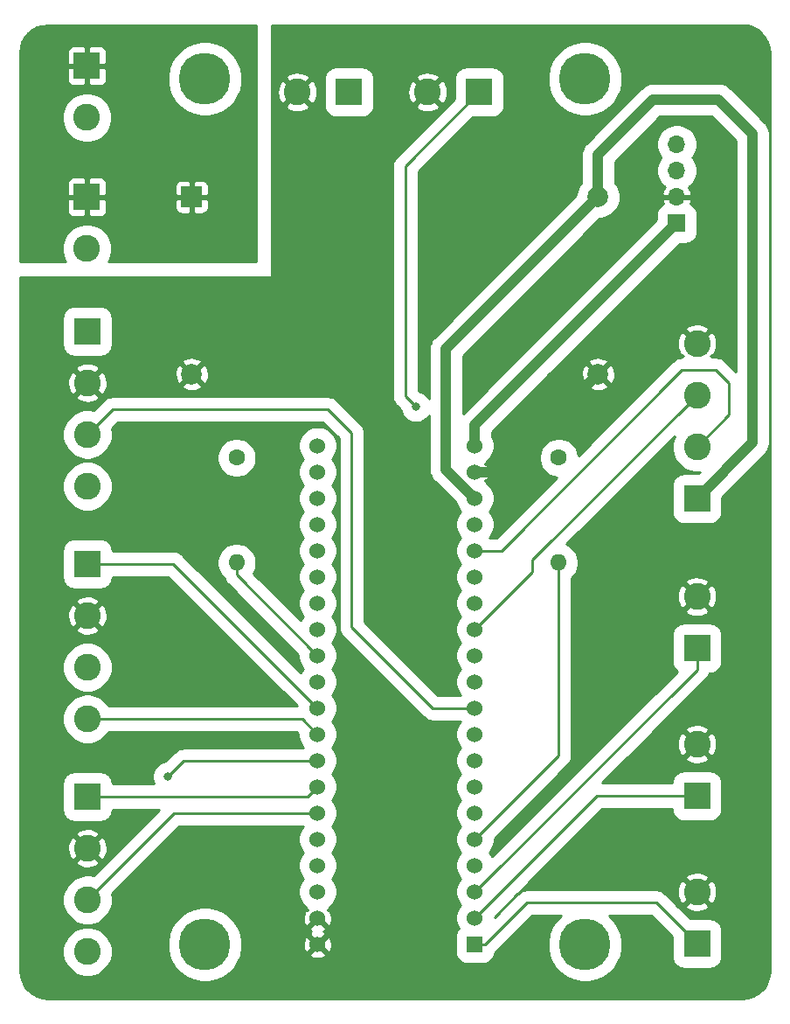
<source format=gbr>
%TF.GenerationSoftware,KiCad,Pcbnew,(5.1.10)-1*%
%TF.CreationDate,2021-09-07T15:33:10+07:00*%
%TF.ProjectId,Untitled Factory,556e7469-746c-4656-9420-466163746f72,rev?*%
%TF.SameCoordinates,Original*%
%TF.FileFunction,Copper,L1,Top*%
%TF.FilePolarity,Positive*%
%FSLAX46Y46*%
G04 Gerber Fmt 4.6, Leading zero omitted, Abs format (unit mm)*
G04 Created by KiCad (PCBNEW (5.1.10)-1) date 2021-09-07 15:33:10*
%MOMM*%
%LPD*%
G01*
G04 APERTURE LIST*
%TA.AperFunction,ComponentPad*%
%ADD10R,2.000000X2.000000*%
%TD*%
%TA.AperFunction,ComponentPad*%
%ADD11C,2.000000*%
%TD*%
%TA.AperFunction,ComponentPad*%
%ADD12R,1.524000X1.524000*%
%TD*%
%TA.AperFunction,ComponentPad*%
%ADD13C,1.524000*%
%TD*%
%TA.AperFunction,ComponentPad*%
%ADD14C,2.600000*%
%TD*%
%TA.AperFunction,ComponentPad*%
%ADD15R,2.600000X2.600000*%
%TD*%
%TA.AperFunction,ComponentPad*%
%ADD16O,1.600000X1.600000*%
%TD*%
%TA.AperFunction,ComponentPad*%
%ADD17C,1.600000*%
%TD*%
%TA.AperFunction,ComponentPad*%
%ADD18R,1.700000X1.700000*%
%TD*%
%TA.AperFunction,ComponentPad*%
%ADD19O,1.700000X1.700000*%
%TD*%
%TA.AperFunction,ViaPad*%
%ADD20C,5.000000*%
%TD*%
%TA.AperFunction,ViaPad*%
%ADD21C,0.800000*%
%TD*%
%TA.AperFunction,Conductor*%
%ADD22C,1.000000*%
%TD*%
%TA.AperFunction,Conductor*%
%ADD23C,0.250000*%
%TD*%
%TA.AperFunction,Conductor*%
%ADD24C,0.254000*%
%TD*%
%TA.AperFunction,Conductor*%
%ADD25C,0.100000*%
%TD*%
G04 APERTURE END LIST*
D10*
%TO.P,M1,1*%
%TO.N,+12V*%
X144780000Y-80010000D03*
D11*
%TO.P,M1,2*%
%TO.N,GND*%
X144780000Y-97155000D03*
%TO.P,M1,3*%
X184150000Y-97155000D03*
%TO.P,M1,4*%
%TO.N,+5V*%
X184150000Y-80010000D03*
%TD*%
D12*
%TO.P,U1,1*%
%TO.N,PB12*%
X172212000Y-152374600D03*
D13*
%TO.P,U1,2*%
%TO.N,PB13*%
X172212000Y-149834600D03*
%TO.P,U1,3*%
%TO.N,PB14*%
X172212000Y-147294600D03*
%TO.P,U1,4*%
%TO.N,Net-(U1-Pad4)*%
X172212000Y-144754600D03*
%TO.P,U1,5*%
%TO.N,B_LED*%
X172212000Y-142214600D03*
%TO.P,U1,6*%
%TO.N,Net-(U1-Pad6)*%
X172212000Y-139674600D03*
%TO.P,U1,7*%
%TO.N,Net-(U1-Pad7)*%
X172212000Y-137134600D03*
%TO.P,U1,8*%
%TO.N,Net-(U1-Pad8)*%
X172212000Y-134594600D03*
%TO.P,U1,9*%
%TO.N,Net-(U1-Pad9)*%
X172212000Y-132054600D03*
%TO.P,U1,10*%
%TO.N,PA15*%
X172212000Y-129514600D03*
%TO.P,U1,11*%
%TO.N,Net-(U1-Pad11)*%
X172212000Y-126974600D03*
%TO.P,U1,12*%
%TO.N,Net-(U1-Pad12)*%
X172212000Y-124434600D03*
%TO.P,U1,13*%
%TO.N,PB5*%
X172212000Y-121894600D03*
%TO.P,U1,14*%
%TO.N,Net-(U1-Pad14)*%
X172212000Y-119354600D03*
%TO.P,U1,15*%
%TO.N,Net-(U1-Pad15)*%
X172212000Y-116814600D03*
%TO.P,U1,16*%
%TO.N,PB8*%
X172212000Y-114274600D03*
%TO.P,U1,17*%
%TO.N,Net-(U1-Pad17)*%
X172212000Y-111734600D03*
%TO.P,U1,18*%
%TO.N,+5V*%
X172212000Y-109194600D03*
%TO.P,U1,19*%
%TO.N,GND*%
X172212000Y-106654600D03*
%TO.P,U1,20*%
%TO.N,+3V3*%
X172212000Y-104114600D03*
%TO.P,U1,21*%
%TO.N,Net-(U1-Pad21)*%
X156972000Y-104114600D03*
%TO.P,U1,22*%
%TO.N,Net-(U1-Pad22)*%
X156972000Y-106654600D03*
%TO.P,U1,23*%
%TO.N,Net-(U1-Pad23)*%
X156972000Y-109194600D03*
%TO.P,U1,24*%
%TO.N,Net-(U1-Pad24)*%
X156972000Y-111734600D03*
%TO.P,U1,25*%
%TO.N,Net-(U1-Pad25)*%
X156972000Y-114274600D03*
%TO.P,U1,26*%
%TO.N,Net-(U1-Pad26)*%
X156972000Y-116814600D03*
%TO.P,U1,27*%
%TO.N,TX2*%
X156972000Y-119354600D03*
%TO.P,U1,28*%
%TO.N,RX2*%
X156972000Y-121894600D03*
%TO.P,U1,29*%
%TO.N,Y_LED*%
X156972000Y-124434600D03*
%TO.P,U1,30*%
%TO.N,Net-(U1-Pad30)*%
X156972000Y-126974600D03*
%TO.P,U1,31*%
%TO.N,PA6*%
X156972000Y-129514600D03*
%TO.P,U1,32*%
%TO.N,PA7*%
X156972000Y-132054600D03*
%TO.P,U1,33*%
%TO.N,PB0*%
X156972000Y-134594600D03*
%TO.P,U1,34*%
%TO.N,PB1*%
X156972000Y-137134600D03*
%TO.P,U1,35*%
%TO.N,PB10*%
X156972000Y-139674600D03*
%TO.P,U1,36*%
%TO.N,PB11*%
X156972000Y-142214600D03*
%TO.P,U1,37*%
%TO.N,Net-(U1-Pad37)*%
X156972000Y-144754600D03*
%TO.P,U1,38*%
%TO.N,+3V3*%
X156972000Y-147294600D03*
%TO.P,U1,39*%
%TO.N,GND*%
X156972000Y-149834600D03*
%TO.P,U1,40*%
X156972000Y-152374600D03*
%TD*%
D14*
%TO.P,J7,2*%
%TO.N,GND*%
X155020000Y-69850000D03*
D15*
%TO.P,J7,1*%
%TO.N,Net-(J7-Pad1)*%
X160020000Y-69850000D03*
%TD*%
D14*
%TO.P,J9,4*%
%TO.N,PB0*%
X134670800Y-153074400D03*
%TO.P,J9,3*%
%TO.N,PB10*%
X134670800Y-148074400D03*
%TO.P,J9,2*%
%TO.N,GND*%
X134670800Y-143074400D03*
D15*
%TO.P,J9,1*%
%TO.N,PB1*%
X134670800Y-138074400D03*
%TD*%
D16*
%TO.P,R2,2*%
%TO.N,Y_LED*%
X149123400Y-115417600D03*
D17*
%TO.P,R2,1*%
%TO.N,Net-(J7-Pad1)*%
X149123400Y-105257600D03*
%TD*%
D16*
%TO.P,R1,2*%
%TO.N,B_LED*%
X180340000Y-115417600D03*
D17*
%TO.P,R1,1*%
%TO.N,Net-(J6-Pad1)*%
X180340000Y-105257600D03*
%TD*%
D15*
%TO.P,J12,1*%
%TO.N,+12V*%
X134620000Y-80010000D03*
D14*
%TO.P,J12,2*%
%TO.N,GND*%
X134620000Y-85010000D03*
%TD*%
%TO.P,J11,4*%
%TO.N,Net-(J11-Pad4)*%
X134670800Y-108014800D03*
%TO.P,J11,3*%
%TO.N,PA15*%
X134670800Y-103014800D03*
%TO.P,J11,2*%
%TO.N,GND*%
X134670800Y-98014800D03*
D15*
%TO.P,J11,1*%
%TO.N,Net-(J11-Pad1)*%
X134670800Y-93014800D03*
%TD*%
D14*
%TO.P,J10,4*%
%TO.N,PA7*%
X134670800Y-130544600D03*
%TO.P,J10,3*%
%TO.N,PB11*%
X134670800Y-125544600D03*
%TO.P,J10,2*%
%TO.N,GND*%
X134670800Y-120544600D03*
D15*
%TO.P,J10,1*%
%TO.N,PA6*%
X134670800Y-115544600D03*
%TD*%
D14*
%TO.P,J8,4*%
%TO.N,GND*%
X193725800Y-94220000D03*
%TO.P,J8,3*%
%TO.N,PB5*%
X193725800Y-99220000D03*
%TO.P,J8,2*%
%TO.N,PB8*%
X193725800Y-104220000D03*
D15*
%TO.P,J8,1*%
%TO.N,+5V*%
X193725800Y-109220000D03*
%TD*%
D14*
%TO.P,J6,2*%
%TO.N,GND*%
X167640000Y-69850000D03*
D15*
%TO.P,J6,1*%
%TO.N,Net-(J6-Pad1)*%
X172640000Y-69850000D03*
%TD*%
D14*
%TO.P,J5,2*%
%TO.N,GND*%
X193725800Y-118698000D03*
D15*
%TO.P,J5,1*%
%TO.N,PB14*%
X193725800Y-123698000D03*
%TD*%
D14*
%TO.P,J4,2*%
%TO.N,GND*%
X193725800Y-132998200D03*
D15*
%TO.P,J4,1*%
%TO.N,PB13*%
X193725800Y-137998200D03*
%TD*%
D14*
%TO.P,J3,2*%
%TO.N,GND*%
X193725800Y-147298400D03*
D15*
%TO.P,J3,1*%
%TO.N,PB12*%
X193725800Y-152298400D03*
%TD*%
%TO.P,J2,1*%
%TO.N,+12V*%
X134620000Y-67310000D03*
D14*
%TO.P,J2,2*%
%TO.N,GND*%
X134620000Y-72310000D03*
%TD*%
D18*
%TO.P,J1,1*%
%TO.N,+3V3*%
X191770000Y-82550000D03*
D19*
%TO.P,J1,2*%
%TO.N,GND*%
X191770000Y-80010000D03*
%TO.P,J1,3*%
%TO.N,TX2*%
X191770000Y-77470000D03*
%TO.P,J1,4*%
%TO.N,RX2*%
X191770000Y-74930000D03*
%TD*%
D20*
%TO.N,*%
X146050000Y-68580000D03*
X182880000Y-152400000D03*
X146050000Y-152400000D03*
X182880000Y-68580000D03*
D21*
%TO.N,Net-(J6-Pad1)*%
X166497000Y-100330000D03*
%TO.N,PB0*%
X142494000Y-136144000D03*
%TD*%
D22*
%TO.N,+3V3*%
X172212000Y-102108000D02*
X191770000Y-82550000D01*
X172212000Y-104114600D02*
X172212000Y-102108000D01*
%TO.N,+5V*%
X172212000Y-109194600D02*
X169418000Y-106400600D01*
X169418000Y-94742000D02*
X184150000Y-80010000D01*
X169418000Y-106400600D02*
X169418000Y-94742000D01*
X184150000Y-80010000D02*
X184150000Y-75946000D01*
X184150000Y-75946000D02*
X189484000Y-70612000D01*
X189484000Y-70612000D02*
X195834000Y-70612000D01*
X195834000Y-70612000D02*
X199136000Y-73914000D01*
X199136000Y-103809800D02*
X193725800Y-109220000D01*
X199136000Y-73914000D02*
X199136000Y-103809800D01*
%TO.N,GND*%
X174650400Y-106654600D02*
X184150000Y-97155000D01*
X172212000Y-106654600D02*
X174650400Y-106654600D01*
D23*
%TO.N,PB12*%
X173224000Y-152374600D02*
X177262600Y-148336000D01*
X172212000Y-152374600D02*
X173224000Y-152374600D01*
X189763400Y-148336000D02*
X193725800Y-152298400D01*
X177262600Y-148336000D02*
X189763400Y-148336000D01*
%TO.N,PB13*%
X184048400Y-137998200D02*
X193725800Y-137998200D01*
X172212000Y-149834600D02*
X184048400Y-137998200D01*
%TO.N,PB14*%
X193725800Y-125780800D02*
X193725800Y-123698000D01*
X172212000Y-147294600D02*
X193725800Y-125780800D01*
%TO.N,Net-(J6-Pad1)*%
X166497000Y-100330000D02*
X165481000Y-99314000D01*
X165481000Y-77009000D02*
X172640000Y-69850000D01*
X165481000Y-99314000D02*
X165481000Y-77009000D01*
%TO.N,PB5*%
X172212000Y-121894600D02*
X177800000Y-116306600D01*
X177800000Y-115145800D02*
X193725800Y-99220000D01*
X177800000Y-116306600D02*
X177800000Y-115145800D01*
%TO.N,PB8*%
X172212000Y-114274600D02*
X174777400Y-114274600D01*
X174777400Y-114274600D02*
X192278000Y-96774000D01*
X192278000Y-96774000D02*
X195580000Y-96774000D01*
X195580000Y-96774000D02*
X196850000Y-98044000D01*
X196850000Y-101095800D02*
X193725800Y-104220000D01*
X196850000Y-98044000D02*
X196850000Y-101095800D01*
%TO.N,PB0*%
X142494000Y-136144000D02*
X144018000Y-134620000D01*
X156946600Y-134620000D02*
X156972000Y-134594600D01*
X144018000Y-134620000D02*
X156946600Y-134620000D01*
%TO.N,PB10*%
X134670800Y-148074400D02*
X143045200Y-139700000D01*
X156946600Y-139700000D02*
X156972000Y-139674600D01*
X143045200Y-139700000D02*
X156946600Y-139700000D01*
%TO.N,PB1*%
X156032200Y-138074400D02*
X156972000Y-137134600D01*
X134670800Y-138074400D02*
X156032200Y-138074400D01*
%TO.N,PA7*%
X155462000Y-130544600D02*
X156972000Y-132054600D01*
X134670800Y-130544600D02*
X155462000Y-130544600D01*
%TO.N,PA6*%
X143002000Y-115544600D02*
X156972000Y-129514600D01*
X134670800Y-115544600D02*
X143002000Y-115544600D01*
%TO.N,PA15*%
X172212000Y-129514600D02*
X168122600Y-129514600D01*
X168122600Y-129514600D02*
X160274000Y-121666000D01*
X160274000Y-121666000D02*
X160274000Y-102870000D01*
X160274000Y-102870000D02*
X157988000Y-100584000D01*
X137101600Y-100584000D02*
X134670800Y-103014800D01*
X157988000Y-100584000D02*
X137101600Y-100584000D01*
%TO.N,B_LED*%
X180340000Y-134086600D02*
X180340000Y-115417600D01*
X172212000Y-142214600D02*
X180340000Y-134086600D01*
%TO.N,Y_LED*%
X149123400Y-116586000D02*
X149123400Y-115417600D01*
X156972000Y-124434600D02*
X149123400Y-116586000D01*
%TD*%
D24*
%TO.N,+12V*%
X151003000Y-86233000D02*
X136721745Y-86233000D01*
X136770779Y-86159615D01*
X136953732Y-85717930D01*
X137047000Y-85249039D01*
X137047000Y-84770961D01*
X136953732Y-84302070D01*
X136770779Y-83860385D01*
X136505174Y-83462878D01*
X136167122Y-83124826D01*
X135769615Y-82859221D01*
X135327930Y-82676268D01*
X134859039Y-82583000D01*
X134380961Y-82583000D01*
X133912070Y-82676268D01*
X133470385Y-82859221D01*
X133072878Y-83124826D01*
X132734826Y-83462878D01*
X132469221Y-83860385D01*
X132286268Y-84302070D01*
X132193000Y-84770961D01*
X132193000Y-85249039D01*
X132286268Y-85717930D01*
X132469221Y-86159615D01*
X132518255Y-86233000D01*
X128152000Y-86233000D01*
X128152000Y-81310000D01*
X132681928Y-81310000D01*
X132694188Y-81434482D01*
X132730498Y-81554180D01*
X132789463Y-81664494D01*
X132868815Y-81761185D01*
X132965506Y-81840537D01*
X133075820Y-81899502D01*
X133195518Y-81935812D01*
X133320000Y-81948072D01*
X134334250Y-81945000D01*
X134493000Y-81786250D01*
X134493000Y-80137000D01*
X134747000Y-80137000D01*
X134747000Y-81786250D01*
X134905750Y-81945000D01*
X135920000Y-81948072D01*
X136044482Y-81935812D01*
X136164180Y-81899502D01*
X136274494Y-81840537D01*
X136371185Y-81761185D01*
X136450537Y-81664494D01*
X136509502Y-81554180D01*
X136545812Y-81434482D01*
X136558072Y-81310000D01*
X136557164Y-81010000D01*
X143141928Y-81010000D01*
X143154188Y-81134482D01*
X143190498Y-81254180D01*
X143249463Y-81364494D01*
X143328815Y-81461185D01*
X143425506Y-81540537D01*
X143535820Y-81599502D01*
X143655518Y-81635812D01*
X143780000Y-81648072D01*
X144494250Y-81645000D01*
X144653000Y-81486250D01*
X144653000Y-80137000D01*
X144907000Y-80137000D01*
X144907000Y-81486250D01*
X145065750Y-81645000D01*
X145780000Y-81648072D01*
X145904482Y-81635812D01*
X146024180Y-81599502D01*
X146134494Y-81540537D01*
X146231185Y-81461185D01*
X146310537Y-81364494D01*
X146369502Y-81254180D01*
X146405812Y-81134482D01*
X146418072Y-81010000D01*
X146415000Y-80295750D01*
X146256250Y-80137000D01*
X144907000Y-80137000D01*
X144653000Y-80137000D01*
X143303750Y-80137000D01*
X143145000Y-80295750D01*
X143141928Y-81010000D01*
X136557164Y-81010000D01*
X136555000Y-80295750D01*
X136396250Y-80137000D01*
X134747000Y-80137000D01*
X134493000Y-80137000D01*
X132843750Y-80137000D01*
X132685000Y-80295750D01*
X132681928Y-81310000D01*
X128152000Y-81310000D01*
X128152000Y-78710000D01*
X132681928Y-78710000D01*
X132685000Y-79724250D01*
X132843750Y-79883000D01*
X134493000Y-79883000D01*
X134493000Y-78233750D01*
X134747000Y-78233750D01*
X134747000Y-79883000D01*
X136396250Y-79883000D01*
X136555000Y-79724250D01*
X136557163Y-79010000D01*
X143141928Y-79010000D01*
X143145000Y-79724250D01*
X143303750Y-79883000D01*
X144653000Y-79883000D01*
X144653000Y-78533750D01*
X144907000Y-78533750D01*
X144907000Y-79883000D01*
X146256250Y-79883000D01*
X146415000Y-79724250D01*
X146418072Y-79010000D01*
X146405812Y-78885518D01*
X146369502Y-78765820D01*
X146310537Y-78655506D01*
X146231185Y-78558815D01*
X146134494Y-78479463D01*
X146024180Y-78420498D01*
X145904482Y-78384188D01*
X145780000Y-78371928D01*
X145065750Y-78375000D01*
X144907000Y-78533750D01*
X144653000Y-78533750D01*
X144494250Y-78375000D01*
X143780000Y-78371928D01*
X143655518Y-78384188D01*
X143535820Y-78420498D01*
X143425506Y-78479463D01*
X143328815Y-78558815D01*
X143249463Y-78655506D01*
X143190498Y-78765820D01*
X143154188Y-78885518D01*
X143141928Y-79010000D01*
X136557163Y-79010000D01*
X136558072Y-78710000D01*
X136545812Y-78585518D01*
X136509502Y-78465820D01*
X136450537Y-78355506D01*
X136371185Y-78258815D01*
X136274494Y-78179463D01*
X136164180Y-78120498D01*
X136044482Y-78084188D01*
X135920000Y-78071928D01*
X134905750Y-78075000D01*
X134747000Y-78233750D01*
X134493000Y-78233750D01*
X134334250Y-78075000D01*
X133320000Y-78071928D01*
X133195518Y-78084188D01*
X133075820Y-78120498D01*
X132965506Y-78179463D01*
X132868815Y-78258815D01*
X132789463Y-78355506D01*
X132730498Y-78465820D01*
X132694188Y-78585518D01*
X132681928Y-78710000D01*
X128152000Y-78710000D01*
X128152000Y-72070961D01*
X132193000Y-72070961D01*
X132193000Y-72549039D01*
X132286268Y-73017930D01*
X132469221Y-73459615D01*
X132734826Y-73857122D01*
X133072878Y-74195174D01*
X133470385Y-74460779D01*
X133912070Y-74643732D01*
X134380961Y-74737000D01*
X134859039Y-74737000D01*
X135327930Y-74643732D01*
X135769615Y-74460779D01*
X136167122Y-74195174D01*
X136505174Y-73857122D01*
X136770779Y-73459615D01*
X136953732Y-73017930D01*
X137047000Y-72549039D01*
X137047000Y-72070961D01*
X136953732Y-71602070D01*
X136770779Y-71160385D01*
X136505174Y-70762878D01*
X136167122Y-70424826D01*
X135769615Y-70159221D01*
X135327930Y-69976268D01*
X134859039Y-69883000D01*
X134380961Y-69883000D01*
X133912070Y-69976268D01*
X133470385Y-70159221D01*
X133072878Y-70424826D01*
X132734826Y-70762878D01*
X132469221Y-71160385D01*
X132286268Y-71602070D01*
X132193000Y-72070961D01*
X128152000Y-72070961D01*
X128152000Y-68610000D01*
X132681928Y-68610000D01*
X132694188Y-68734482D01*
X132730498Y-68854180D01*
X132789463Y-68964494D01*
X132868815Y-69061185D01*
X132965506Y-69140537D01*
X133075820Y-69199502D01*
X133195518Y-69235812D01*
X133320000Y-69248072D01*
X134334250Y-69245000D01*
X134493000Y-69086250D01*
X134493000Y-67437000D01*
X134747000Y-67437000D01*
X134747000Y-69086250D01*
X134905750Y-69245000D01*
X135920000Y-69248072D01*
X136044482Y-69235812D01*
X136164180Y-69199502D01*
X136274494Y-69140537D01*
X136371185Y-69061185D01*
X136450537Y-68964494D01*
X136509502Y-68854180D01*
X136545812Y-68734482D01*
X136558072Y-68610000D01*
X136556900Y-68222772D01*
X142423000Y-68222772D01*
X142423000Y-68937228D01*
X142562383Y-69637957D01*
X142835794Y-70298029D01*
X143232725Y-70892078D01*
X143737922Y-71397275D01*
X144331971Y-71794206D01*
X144992043Y-72067617D01*
X145692772Y-72207000D01*
X146407228Y-72207000D01*
X147107957Y-72067617D01*
X147768029Y-71794206D01*
X148362078Y-71397275D01*
X148867275Y-70892078D01*
X149264206Y-70298029D01*
X149537617Y-69637957D01*
X149677000Y-68937228D01*
X149677000Y-68222772D01*
X149537617Y-67522043D01*
X149264206Y-66861971D01*
X148867275Y-66267922D01*
X148362078Y-65762725D01*
X147768029Y-65365794D01*
X147107957Y-65092383D01*
X146407228Y-64953000D01*
X145692772Y-64953000D01*
X144992043Y-65092383D01*
X144331971Y-65365794D01*
X143737922Y-65762725D01*
X143232725Y-66267922D01*
X142835794Y-66861971D01*
X142562383Y-67522043D01*
X142423000Y-68222772D01*
X136556900Y-68222772D01*
X136555000Y-67595750D01*
X136396250Y-67437000D01*
X134747000Y-67437000D01*
X134493000Y-67437000D01*
X132843750Y-67437000D01*
X132685000Y-67595750D01*
X132681928Y-68610000D01*
X128152000Y-68610000D01*
X128152000Y-66096343D01*
X128160466Y-66010000D01*
X132681928Y-66010000D01*
X132685000Y-67024250D01*
X132843750Y-67183000D01*
X134493000Y-67183000D01*
X134493000Y-65533750D01*
X134747000Y-65533750D01*
X134747000Y-67183000D01*
X136396250Y-67183000D01*
X136555000Y-67024250D01*
X136558072Y-66010000D01*
X136545812Y-65885518D01*
X136509502Y-65765820D01*
X136450537Y-65655506D01*
X136371185Y-65558815D01*
X136274494Y-65479463D01*
X136164180Y-65420498D01*
X136044482Y-65384188D01*
X135920000Y-65371928D01*
X134905750Y-65375000D01*
X134747000Y-65533750D01*
X134493000Y-65533750D01*
X134334250Y-65375000D01*
X133320000Y-65371928D01*
X133195518Y-65384188D01*
X133075820Y-65420498D01*
X132965506Y-65479463D01*
X132868815Y-65558815D01*
X132789463Y-65655506D01*
X132730498Y-65765820D01*
X132694188Y-65885518D01*
X132681928Y-66010000D01*
X128160466Y-66010000D01*
X128208041Y-65524798D01*
X128357665Y-65029219D01*
X128600696Y-64572143D01*
X128927882Y-64170974D01*
X129326756Y-63840997D01*
X129782122Y-63594781D01*
X130276649Y-63441700D01*
X130844656Y-63382000D01*
X151003000Y-63382000D01*
X151003000Y-86233000D01*
%TA.AperFunction,Conductor*%
D25*
G36*
X151003000Y-86233000D02*
G01*
X136721745Y-86233000D01*
X136770779Y-86159615D01*
X136953732Y-85717930D01*
X137047000Y-85249039D01*
X137047000Y-84770961D01*
X136953732Y-84302070D01*
X136770779Y-83860385D01*
X136505174Y-83462878D01*
X136167122Y-83124826D01*
X135769615Y-82859221D01*
X135327930Y-82676268D01*
X134859039Y-82583000D01*
X134380961Y-82583000D01*
X133912070Y-82676268D01*
X133470385Y-82859221D01*
X133072878Y-83124826D01*
X132734826Y-83462878D01*
X132469221Y-83860385D01*
X132286268Y-84302070D01*
X132193000Y-84770961D01*
X132193000Y-85249039D01*
X132286268Y-85717930D01*
X132469221Y-86159615D01*
X132518255Y-86233000D01*
X128152000Y-86233000D01*
X128152000Y-81310000D01*
X132681928Y-81310000D01*
X132694188Y-81434482D01*
X132730498Y-81554180D01*
X132789463Y-81664494D01*
X132868815Y-81761185D01*
X132965506Y-81840537D01*
X133075820Y-81899502D01*
X133195518Y-81935812D01*
X133320000Y-81948072D01*
X134334250Y-81945000D01*
X134493000Y-81786250D01*
X134493000Y-80137000D01*
X134747000Y-80137000D01*
X134747000Y-81786250D01*
X134905750Y-81945000D01*
X135920000Y-81948072D01*
X136044482Y-81935812D01*
X136164180Y-81899502D01*
X136274494Y-81840537D01*
X136371185Y-81761185D01*
X136450537Y-81664494D01*
X136509502Y-81554180D01*
X136545812Y-81434482D01*
X136558072Y-81310000D01*
X136557164Y-81010000D01*
X143141928Y-81010000D01*
X143154188Y-81134482D01*
X143190498Y-81254180D01*
X143249463Y-81364494D01*
X143328815Y-81461185D01*
X143425506Y-81540537D01*
X143535820Y-81599502D01*
X143655518Y-81635812D01*
X143780000Y-81648072D01*
X144494250Y-81645000D01*
X144653000Y-81486250D01*
X144653000Y-80137000D01*
X144907000Y-80137000D01*
X144907000Y-81486250D01*
X145065750Y-81645000D01*
X145780000Y-81648072D01*
X145904482Y-81635812D01*
X146024180Y-81599502D01*
X146134494Y-81540537D01*
X146231185Y-81461185D01*
X146310537Y-81364494D01*
X146369502Y-81254180D01*
X146405812Y-81134482D01*
X146418072Y-81010000D01*
X146415000Y-80295750D01*
X146256250Y-80137000D01*
X144907000Y-80137000D01*
X144653000Y-80137000D01*
X143303750Y-80137000D01*
X143145000Y-80295750D01*
X143141928Y-81010000D01*
X136557164Y-81010000D01*
X136555000Y-80295750D01*
X136396250Y-80137000D01*
X134747000Y-80137000D01*
X134493000Y-80137000D01*
X132843750Y-80137000D01*
X132685000Y-80295750D01*
X132681928Y-81310000D01*
X128152000Y-81310000D01*
X128152000Y-78710000D01*
X132681928Y-78710000D01*
X132685000Y-79724250D01*
X132843750Y-79883000D01*
X134493000Y-79883000D01*
X134493000Y-78233750D01*
X134747000Y-78233750D01*
X134747000Y-79883000D01*
X136396250Y-79883000D01*
X136555000Y-79724250D01*
X136557163Y-79010000D01*
X143141928Y-79010000D01*
X143145000Y-79724250D01*
X143303750Y-79883000D01*
X144653000Y-79883000D01*
X144653000Y-78533750D01*
X144907000Y-78533750D01*
X144907000Y-79883000D01*
X146256250Y-79883000D01*
X146415000Y-79724250D01*
X146418072Y-79010000D01*
X146405812Y-78885518D01*
X146369502Y-78765820D01*
X146310537Y-78655506D01*
X146231185Y-78558815D01*
X146134494Y-78479463D01*
X146024180Y-78420498D01*
X145904482Y-78384188D01*
X145780000Y-78371928D01*
X145065750Y-78375000D01*
X144907000Y-78533750D01*
X144653000Y-78533750D01*
X144494250Y-78375000D01*
X143780000Y-78371928D01*
X143655518Y-78384188D01*
X143535820Y-78420498D01*
X143425506Y-78479463D01*
X143328815Y-78558815D01*
X143249463Y-78655506D01*
X143190498Y-78765820D01*
X143154188Y-78885518D01*
X143141928Y-79010000D01*
X136557163Y-79010000D01*
X136558072Y-78710000D01*
X136545812Y-78585518D01*
X136509502Y-78465820D01*
X136450537Y-78355506D01*
X136371185Y-78258815D01*
X136274494Y-78179463D01*
X136164180Y-78120498D01*
X136044482Y-78084188D01*
X135920000Y-78071928D01*
X134905750Y-78075000D01*
X134747000Y-78233750D01*
X134493000Y-78233750D01*
X134334250Y-78075000D01*
X133320000Y-78071928D01*
X133195518Y-78084188D01*
X133075820Y-78120498D01*
X132965506Y-78179463D01*
X132868815Y-78258815D01*
X132789463Y-78355506D01*
X132730498Y-78465820D01*
X132694188Y-78585518D01*
X132681928Y-78710000D01*
X128152000Y-78710000D01*
X128152000Y-72070961D01*
X132193000Y-72070961D01*
X132193000Y-72549039D01*
X132286268Y-73017930D01*
X132469221Y-73459615D01*
X132734826Y-73857122D01*
X133072878Y-74195174D01*
X133470385Y-74460779D01*
X133912070Y-74643732D01*
X134380961Y-74737000D01*
X134859039Y-74737000D01*
X135327930Y-74643732D01*
X135769615Y-74460779D01*
X136167122Y-74195174D01*
X136505174Y-73857122D01*
X136770779Y-73459615D01*
X136953732Y-73017930D01*
X137047000Y-72549039D01*
X137047000Y-72070961D01*
X136953732Y-71602070D01*
X136770779Y-71160385D01*
X136505174Y-70762878D01*
X136167122Y-70424826D01*
X135769615Y-70159221D01*
X135327930Y-69976268D01*
X134859039Y-69883000D01*
X134380961Y-69883000D01*
X133912070Y-69976268D01*
X133470385Y-70159221D01*
X133072878Y-70424826D01*
X132734826Y-70762878D01*
X132469221Y-71160385D01*
X132286268Y-71602070D01*
X132193000Y-72070961D01*
X128152000Y-72070961D01*
X128152000Y-68610000D01*
X132681928Y-68610000D01*
X132694188Y-68734482D01*
X132730498Y-68854180D01*
X132789463Y-68964494D01*
X132868815Y-69061185D01*
X132965506Y-69140537D01*
X133075820Y-69199502D01*
X133195518Y-69235812D01*
X133320000Y-69248072D01*
X134334250Y-69245000D01*
X134493000Y-69086250D01*
X134493000Y-67437000D01*
X134747000Y-67437000D01*
X134747000Y-69086250D01*
X134905750Y-69245000D01*
X135920000Y-69248072D01*
X136044482Y-69235812D01*
X136164180Y-69199502D01*
X136274494Y-69140537D01*
X136371185Y-69061185D01*
X136450537Y-68964494D01*
X136509502Y-68854180D01*
X136545812Y-68734482D01*
X136558072Y-68610000D01*
X136556900Y-68222772D01*
X142423000Y-68222772D01*
X142423000Y-68937228D01*
X142562383Y-69637957D01*
X142835794Y-70298029D01*
X143232725Y-70892078D01*
X143737922Y-71397275D01*
X144331971Y-71794206D01*
X144992043Y-72067617D01*
X145692772Y-72207000D01*
X146407228Y-72207000D01*
X147107957Y-72067617D01*
X147768029Y-71794206D01*
X148362078Y-71397275D01*
X148867275Y-70892078D01*
X149264206Y-70298029D01*
X149537617Y-69637957D01*
X149677000Y-68937228D01*
X149677000Y-68222772D01*
X149537617Y-67522043D01*
X149264206Y-66861971D01*
X148867275Y-66267922D01*
X148362078Y-65762725D01*
X147768029Y-65365794D01*
X147107957Y-65092383D01*
X146407228Y-64953000D01*
X145692772Y-64953000D01*
X144992043Y-65092383D01*
X144331971Y-65365794D01*
X143737922Y-65762725D01*
X143232725Y-66267922D01*
X142835794Y-66861971D01*
X142562383Y-67522043D01*
X142423000Y-68222772D01*
X136556900Y-68222772D01*
X136555000Y-67595750D01*
X136396250Y-67437000D01*
X134747000Y-67437000D01*
X134493000Y-67437000D01*
X132843750Y-67437000D01*
X132685000Y-67595750D01*
X132681928Y-68610000D01*
X128152000Y-68610000D01*
X128152000Y-66096343D01*
X128160466Y-66010000D01*
X132681928Y-66010000D01*
X132685000Y-67024250D01*
X132843750Y-67183000D01*
X134493000Y-67183000D01*
X134493000Y-65533750D01*
X134747000Y-65533750D01*
X134747000Y-67183000D01*
X136396250Y-67183000D01*
X136555000Y-67024250D01*
X136558072Y-66010000D01*
X136545812Y-65885518D01*
X136509502Y-65765820D01*
X136450537Y-65655506D01*
X136371185Y-65558815D01*
X136274494Y-65479463D01*
X136164180Y-65420498D01*
X136044482Y-65384188D01*
X135920000Y-65371928D01*
X134905750Y-65375000D01*
X134747000Y-65533750D01*
X134493000Y-65533750D01*
X134334250Y-65375000D01*
X133320000Y-65371928D01*
X133195518Y-65384188D01*
X133075820Y-65420498D01*
X132965506Y-65479463D01*
X132868815Y-65558815D01*
X132789463Y-65655506D01*
X132730498Y-65765820D01*
X132694188Y-65885518D01*
X132681928Y-66010000D01*
X128160466Y-66010000D01*
X128208041Y-65524798D01*
X128357665Y-65029219D01*
X128600696Y-64572143D01*
X128927882Y-64170974D01*
X129326756Y-63840997D01*
X129782122Y-63594781D01*
X130276649Y-63441700D01*
X130844656Y-63382000D01*
X151003000Y-63382000D01*
X151003000Y-86233000D01*
G37*
%TD.AperFunction*%
%TD*%
D24*
%TO.N,GND*%
X198635202Y-63438041D02*
X199130781Y-63587665D01*
X199587857Y-63830696D01*
X199989026Y-64157882D01*
X200319003Y-64556756D01*
X200565219Y-65012122D01*
X200718300Y-65506649D01*
X200778000Y-66074656D01*
X200778001Y-154883647D01*
X200721960Y-155455201D01*
X200572335Y-155950780D01*
X200329304Y-156407857D01*
X200002118Y-156809027D01*
X199603249Y-157139000D01*
X199147877Y-157385219D01*
X198653352Y-157538300D01*
X198085344Y-157598000D01*
X130866343Y-157598000D01*
X130294799Y-157541960D01*
X129799220Y-157392335D01*
X129342143Y-157149304D01*
X128940973Y-156822118D01*
X128611000Y-156423249D01*
X128364781Y-155967877D01*
X128211700Y-155473352D01*
X128152000Y-154905344D01*
X128152000Y-152835361D01*
X132243800Y-152835361D01*
X132243800Y-153313439D01*
X132337068Y-153782330D01*
X132520021Y-154224015D01*
X132785626Y-154621522D01*
X133123678Y-154959574D01*
X133521185Y-155225179D01*
X133962870Y-155408132D01*
X134431761Y-155501400D01*
X134909839Y-155501400D01*
X135378730Y-155408132D01*
X135820415Y-155225179D01*
X136217922Y-154959574D01*
X136555974Y-154621522D01*
X136821579Y-154224015D01*
X137004532Y-153782330D01*
X137097800Y-153313439D01*
X137097800Y-152835361D01*
X137004532Y-152366470D01*
X136870452Y-152042772D01*
X142423000Y-152042772D01*
X142423000Y-152757228D01*
X142562383Y-153457957D01*
X142835794Y-154118029D01*
X143232725Y-154712078D01*
X143737922Y-155217275D01*
X144331971Y-155614206D01*
X144992043Y-155887617D01*
X145692772Y-156027000D01*
X146407228Y-156027000D01*
X147107957Y-155887617D01*
X147768029Y-155614206D01*
X148362078Y-155217275D01*
X148867275Y-154712078D01*
X149264206Y-154118029D01*
X149537617Y-153457957D01*
X149561047Y-153340165D01*
X156186040Y-153340165D01*
X156253020Y-153580256D01*
X156502048Y-153697356D01*
X156769135Y-153763623D01*
X157044017Y-153776510D01*
X157316133Y-153735522D01*
X157575023Y-153642236D01*
X157690980Y-153580256D01*
X157757960Y-153340165D01*
X156972000Y-152554205D01*
X156186040Y-153340165D01*
X149561047Y-153340165D01*
X149677000Y-152757228D01*
X149677000Y-152446617D01*
X155570090Y-152446617D01*
X155611078Y-152718733D01*
X155704364Y-152977623D01*
X155766344Y-153093580D01*
X156006435Y-153160560D01*
X156792395Y-152374600D01*
X157151605Y-152374600D01*
X157937565Y-153160560D01*
X158177656Y-153093580D01*
X158294756Y-152844552D01*
X158361023Y-152577465D01*
X158373910Y-152302583D01*
X158332922Y-152030467D01*
X158239636Y-151771577D01*
X158177656Y-151655620D01*
X157937565Y-151588640D01*
X157151605Y-152374600D01*
X156792395Y-152374600D01*
X156006435Y-151588640D01*
X155766344Y-151655620D01*
X155649244Y-151904648D01*
X155582977Y-152171735D01*
X155570090Y-152446617D01*
X149677000Y-152446617D01*
X149677000Y-152042772D01*
X149537617Y-151342043D01*
X149313164Y-150800165D01*
X156186040Y-150800165D01*
X156253020Y-151040256D01*
X156383644Y-151101679D01*
X156368977Y-151106964D01*
X156253020Y-151168944D01*
X156186040Y-151409035D01*
X156972000Y-152194995D01*
X157757960Y-151409035D01*
X157690980Y-151168944D01*
X157560356Y-151107521D01*
X157575023Y-151102236D01*
X157690980Y-151040256D01*
X157757960Y-150800165D01*
X156972000Y-150014205D01*
X156186040Y-150800165D01*
X149313164Y-150800165D01*
X149264206Y-150681971D01*
X148867275Y-150087922D01*
X148362078Y-149582725D01*
X147768029Y-149185794D01*
X147107957Y-148912383D01*
X146407228Y-148773000D01*
X145692772Y-148773000D01*
X144992043Y-148912383D01*
X144331971Y-149185794D01*
X143737922Y-149582725D01*
X143232725Y-150087922D01*
X142835794Y-150681971D01*
X142562383Y-151342043D01*
X142423000Y-152042772D01*
X136870452Y-152042772D01*
X136821579Y-151924785D01*
X136555974Y-151527278D01*
X136217922Y-151189226D01*
X135820415Y-150923621D01*
X135378730Y-150740668D01*
X134909839Y-150647400D01*
X134431761Y-150647400D01*
X133962870Y-150740668D01*
X133521185Y-150923621D01*
X133123678Y-151189226D01*
X132785626Y-151527278D01*
X132520021Y-151924785D01*
X132337068Y-152366470D01*
X132243800Y-152835361D01*
X128152000Y-152835361D01*
X128152000Y-144423624D01*
X133501181Y-144423624D01*
X133633117Y-144718712D01*
X133973845Y-144889559D01*
X134341357Y-144990650D01*
X134721529Y-145018101D01*
X135099751Y-144970857D01*
X135461490Y-144850733D01*
X135708483Y-144718712D01*
X135840419Y-144423624D01*
X134670800Y-143254005D01*
X133501181Y-144423624D01*
X128152000Y-144423624D01*
X128152000Y-143125129D01*
X132727099Y-143125129D01*
X132774343Y-143503351D01*
X132894467Y-143865090D01*
X133026488Y-144112083D01*
X133321576Y-144244019D01*
X134491195Y-143074400D01*
X134850405Y-143074400D01*
X136020024Y-144244019D01*
X136315112Y-144112083D01*
X136485959Y-143771355D01*
X136587050Y-143403843D01*
X136614501Y-143023671D01*
X136567257Y-142645449D01*
X136447133Y-142283710D01*
X136315112Y-142036717D01*
X136020024Y-141904781D01*
X134850405Y-143074400D01*
X134491195Y-143074400D01*
X133321576Y-141904781D01*
X133026488Y-142036717D01*
X132855641Y-142377445D01*
X132754550Y-142744957D01*
X132727099Y-143125129D01*
X128152000Y-143125129D01*
X128152000Y-141725176D01*
X133501181Y-141725176D01*
X134670800Y-142894795D01*
X135840419Y-141725176D01*
X135708483Y-141430088D01*
X135367755Y-141259241D01*
X135000243Y-141158150D01*
X134620071Y-141130699D01*
X134241849Y-141177943D01*
X133880110Y-141298067D01*
X133633117Y-141430088D01*
X133501181Y-141725176D01*
X128152000Y-141725176D01*
X128152000Y-125305561D01*
X132243800Y-125305561D01*
X132243800Y-125783639D01*
X132337068Y-126252530D01*
X132520021Y-126694215D01*
X132785626Y-127091722D01*
X133123678Y-127429774D01*
X133521185Y-127695379D01*
X133962870Y-127878332D01*
X134431761Y-127971600D01*
X134909839Y-127971600D01*
X135378730Y-127878332D01*
X135820415Y-127695379D01*
X136217922Y-127429774D01*
X136555974Y-127091722D01*
X136821579Y-126694215D01*
X137004532Y-126252530D01*
X137097800Y-125783639D01*
X137097800Y-125305561D01*
X137004532Y-124836670D01*
X136821579Y-124394985D01*
X136555974Y-123997478D01*
X136217922Y-123659426D01*
X135820415Y-123393821D01*
X135378730Y-123210868D01*
X134909839Y-123117600D01*
X134431761Y-123117600D01*
X133962870Y-123210868D01*
X133521185Y-123393821D01*
X133123678Y-123659426D01*
X132785626Y-123997478D01*
X132520021Y-124394985D01*
X132337068Y-124836670D01*
X132243800Y-125305561D01*
X128152000Y-125305561D01*
X128152000Y-121893824D01*
X133501181Y-121893824D01*
X133633117Y-122188912D01*
X133973845Y-122359759D01*
X134341357Y-122460850D01*
X134721529Y-122488301D01*
X135099751Y-122441057D01*
X135461490Y-122320933D01*
X135708483Y-122188912D01*
X135840419Y-121893824D01*
X134670800Y-120724205D01*
X133501181Y-121893824D01*
X128152000Y-121893824D01*
X128152000Y-120595329D01*
X132727099Y-120595329D01*
X132774343Y-120973551D01*
X132894467Y-121335290D01*
X133026488Y-121582283D01*
X133321576Y-121714219D01*
X134491195Y-120544600D01*
X134850405Y-120544600D01*
X136020024Y-121714219D01*
X136315112Y-121582283D01*
X136485959Y-121241555D01*
X136587050Y-120874043D01*
X136614501Y-120493871D01*
X136567257Y-120115649D01*
X136447133Y-119753910D01*
X136315112Y-119506917D01*
X136020024Y-119374981D01*
X134850405Y-120544600D01*
X134491195Y-120544600D01*
X133321576Y-119374981D01*
X133026488Y-119506917D01*
X132855641Y-119847645D01*
X132754550Y-120215157D01*
X132727099Y-120595329D01*
X128152000Y-120595329D01*
X128152000Y-119195376D01*
X133501181Y-119195376D01*
X134670800Y-120364995D01*
X135840419Y-119195376D01*
X135708483Y-118900288D01*
X135367755Y-118729441D01*
X135000243Y-118628350D01*
X134620071Y-118600899D01*
X134241849Y-118648143D01*
X133880110Y-118768267D01*
X133633117Y-118900288D01*
X133501181Y-119195376D01*
X128152000Y-119195376D01*
X128152000Y-114244600D01*
X132238347Y-114244600D01*
X132238347Y-116844600D01*
X132260107Y-117065531D01*
X132324550Y-117277971D01*
X132429200Y-117473757D01*
X132570035Y-117645365D01*
X132741643Y-117786200D01*
X132937429Y-117890850D01*
X133149869Y-117955293D01*
X133370800Y-117977053D01*
X135970800Y-117977053D01*
X136191731Y-117955293D01*
X136404171Y-117890850D01*
X136599957Y-117786200D01*
X136771565Y-117645365D01*
X136912400Y-117473757D01*
X137017050Y-117277971D01*
X137081493Y-117065531D01*
X137103253Y-116844600D01*
X137103253Y-116796600D01*
X142483405Y-116796600D01*
X154979404Y-129292600D01*
X136753168Y-129292600D01*
X136555974Y-128997478D01*
X136217922Y-128659426D01*
X135820415Y-128393821D01*
X135378730Y-128210868D01*
X134909839Y-128117600D01*
X134431761Y-128117600D01*
X133962870Y-128210868D01*
X133521185Y-128393821D01*
X133123678Y-128659426D01*
X132785626Y-128997478D01*
X132520021Y-129394985D01*
X132337068Y-129836670D01*
X132243800Y-130305561D01*
X132243800Y-130783639D01*
X132337068Y-131252530D01*
X132520021Y-131694215D01*
X132785626Y-132091722D01*
X133123678Y-132429774D01*
X133521185Y-132695379D01*
X133962870Y-132878332D01*
X134431761Y-132971600D01*
X134909839Y-132971600D01*
X135378730Y-132878332D01*
X135820415Y-132695379D01*
X136217922Y-132429774D01*
X136555974Y-132091722D01*
X136753168Y-131796600D01*
X154943405Y-131796600D01*
X155083000Y-131936195D01*
X155083000Y-132240650D01*
X155155593Y-132605601D01*
X155297990Y-132949377D01*
X155504718Y-133258767D01*
X155570551Y-133324600D01*
X155527151Y-133368000D01*
X144079495Y-133368000D01*
X144017999Y-133361943D01*
X143956503Y-133368000D01*
X143956502Y-133368000D01*
X143772565Y-133386116D01*
X143536562Y-133457707D01*
X143319060Y-133573964D01*
X143207137Y-133665817D01*
X143128419Y-133730419D01*
X143089217Y-133778187D01*
X142227263Y-134640141D01*
X142048590Y-134675681D01*
X141770694Y-134790790D01*
X141520594Y-134957901D01*
X141307901Y-135170594D01*
X141140790Y-135420694D01*
X141025681Y-135698590D01*
X140967000Y-135993604D01*
X140967000Y-136294396D01*
X141025681Y-136589410D01*
X141122189Y-136822400D01*
X137103253Y-136822400D01*
X137103253Y-136774400D01*
X137081493Y-136553469D01*
X137017050Y-136341029D01*
X136912400Y-136145243D01*
X136771565Y-135973635D01*
X136599957Y-135832800D01*
X136404171Y-135728150D01*
X136191731Y-135663707D01*
X135970800Y-135641947D01*
X133370800Y-135641947D01*
X133149869Y-135663707D01*
X132937429Y-135728150D01*
X132741643Y-135832800D01*
X132570035Y-135973635D01*
X132429200Y-136145243D01*
X132324550Y-136341029D01*
X132260107Y-136553469D01*
X132238347Y-136774400D01*
X132238347Y-139374400D01*
X132260107Y-139595331D01*
X132324550Y-139807771D01*
X132429200Y-140003557D01*
X132570035Y-140175165D01*
X132741643Y-140316000D01*
X132937429Y-140420650D01*
X133149869Y-140485093D01*
X133370800Y-140506853D01*
X135970800Y-140506853D01*
X136191731Y-140485093D01*
X136404171Y-140420650D01*
X136599957Y-140316000D01*
X136771565Y-140175165D01*
X136912400Y-140003557D01*
X137017050Y-139807771D01*
X137081493Y-139595331D01*
X137103253Y-139374400D01*
X137103253Y-139326400D01*
X141648204Y-139326400D01*
X135257960Y-145716645D01*
X134909839Y-145647400D01*
X134431761Y-145647400D01*
X133962870Y-145740668D01*
X133521185Y-145923621D01*
X133123678Y-146189226D01*
X132785626Y-146527278D01*
X132520021Y-146924785D01*
X132337068Y-147366470D01*
X132243800Y-147835361D01*
X132243800Y-148313439D01*
X132337068Y-148782330D01*
X132520021Y-149224015D01*
X132785626Y-149621522D01*
X133123678Y-149959574D01*
X133521185Y-150225179D01*
X133962870Y-150408132D01*
X134431761Y-150501400D01*
X134909839Y-150501400D01*
X135378730Y-150408132D01*
X135820415Y-150225179D01*
X136217922Y-149959574D01*
X136555974Y-149621522D01*
X136821579Y-149224015D01*
X137004532Y-148782330D01*
X137097800Y-148313439D01*
X137097800Y-147835361D01*
X137028555Y-147487240D01*
X143563796Y-140952000D01*
X155563151Y-140952000D01*
X155504718Y-141010433D01*
X155297990Y-141319823D01*
X155155593Y-141663599D01*
X155083000Y-142028550D01*
X155083000Y-142400650D01*
X155155593Y-142765601D01*
X155297990Y-143109377D01*
X155504718Y-143418767D01*
X155570551Y-143484600D01*
X155504718Y-143550433D01*
X155297990Y-143859823D01*
X155155593Y-144203599D01*
X155083000Y-144568550D01*
X155083000Y-144940650D01*
X155155593Y-145305601D01*
X155297990Y-145649377D01*
X155504718Y-145958767D01*
X155570551Y-146024600D01*
X155504718Y-146090433D01*
X155297990Y-146399823D01*
X155155593Y-146743599D01*
X155083000Y-147108550D01*
X155083000Y-147480650D01*
X155155593Y-147845601D01*
X155297990Y-148189377D01*
X155504718Y-148498767D01*
X155767833Y-148761882D01*
X155943197Y-148879057D01*
X155890023Y-148932231D01*
X156006433Y-149048641D01*
X155766344Y-149115620D01*
X155649244Y-149364648D01*
X155582977Y-149631735D01*
X155570090Y-149906617D01*
X155611078Y-150178733D01*
X155704364Y-150437623D01*
X155766344Y-150553580D01*
X156006435Y-150620560D01*
X156792395Y-149834600D01*
X156778253Y-149820458D01*
X156957858Y-149640853D01*
X156972000Y-149654995D01*
X156986143Y-149640853D01*
X157165748Y-149820458D01*
X157151605Y-149834600D01*
X157937565Y-150620560D01*
X158177656Y-150553580D01*
X158294756Y-150304552D01*
X158361023Y-150037465D01*
X158373910Y-149762583D01*
X158332922Y-149490467D01*
X158239636Y-149231577D01*
X158177656Y-149115620D01*
X157937567Y-149048641D01*
X158053977Y-148932231D01*
X158000803Y-148879057D01*
X158176167Y-148761882D01*
X158439282Y-148498767D01*
X158646010Y-148189377D01*
X158788407Y-147845601D01*
X158861000Y-147480650D01*
X158861000Y-147108550D01*
X158788407Y-146743599D01*
X158646010Y-146399823D01*
X158439282Y-146090433D01*
X158373449Y-146024600D01*
X158439282Y-145958767D01*
X158646010Y-145649377D01*
X158788407Y-145305601D01*
X158861000Y-144940650D01*
X158861000Y-144568550D01*
X158788407Y-144203599D01*
X158646010Y-143859823D01*
X158439282Y-143550433D01*
X158373449Y-143484600D01*
X158439282Y-143418767D01*
X158646010Y-143109377D01*
X158788407Y-142765601D01*
X158861000Y-142400650D01*
X158861000Y-142028550D01*
X158788407Y-141663599D01*
X158646010Y-141319823D01*
X158439282Y-141010433D01*
X158373449Y-140944600D01*
X158439282Y-140878767D01*
X158646010Y-140569377D01*
X158788407Y-140225601D01*
X158861000Y-139860650D01*
X158861000Y-139488550D01*
X158788407Y-139123599D01*
X158646010Y-138779823D01*
X158439282Y-138470433D01*
X158373449Y-138404600D01*
X158439282Y-138338767D01*
X158646010Y-138029377D01*
X158788407Y-137685601D01*
X158861000Y-137320650D01*
X158861000Y-136948550D01*
X158788407Y-136583599D01*
X158646010Y-136239823D01*
X158439282Y-135930433D01*
X158373449Y-135864600D01*
X158439282Y-135798767D01*
X158646010Y-135489377D01*
X158788407Y-135145601D01*
X158861000Y-134780650D01*
X158861000Y-134408550D01*
X158788407Y-134043599D01*
X158646010Y-133699823D01*
X158439282Y-133390433D01*
X158373449Y-133324600D01*
X158439282Y-133258767D01*
X158646010Y-132949377D01*
X158788407Y-132605601D01*
X158861000Y-132240650D01*
X158861000Y-131868550D01*
X158788407Y-131503599D01*
X158646010Y-131159823D01*
X158439282Y-130850433D01*
X158373449Y-130784600D01*
X158439282Y-130718767D01*
X158646010Y-130409377D01*
X158788407Y-130065601D01*
X158861000Y-129700650D01*
X158861000Y-129328550D01*
X158788407Y-128963599D01*
X158646010Y-128619823D01*
X158439282Y-128310433D01*
X158373449Y-128244600D01*
X158439282Y-128178767D01*
X158646010Y-127869377D01*
X158788407Y-127525601D01*
X158861000Y-127160650D01*
X158861000Y-126788550D01*
X158788407Y-126423599D01*
X158646010Y-126079823D01*
X158439282Y-125770433D01*
X158373449Y-125704600D01*
X158439282Y-125638767D01*
X158646010Y-125329377D01*
X158788407Y-124985601D01*
X158861000Y-124620650D01*
X158861000Y-124248550D01*
X158788407Y-123883599D01*
X158646010Y-123539823D01*
X158439282Y-123230433D01*
X158373449Y-123164600D01*
X158439282Y-123098767D01*
X158646010Y-122789377D01*
X158788407Y-122445601D01*
X158861000Y-122080650D01*
X158861000Y-121708550D01*
X158788407Y-121343599D01*
X158646010Y-120999823D01*
X158439282Y-120690433D01*
X158373449Y-120624600D01*
X158439282Y-120558767D01*
X158646010Y-120249377D01*
X158788407Y-119905601D01*
X158861000Y-119540650D01*
X158861000Y-119168550D01*
X158788407Y-118803599D01*
X158646010Y-118459823D01*
X158439282Y-118150433D01*
X158373449Y-118084600D01*
X158439282Y-118018767D01*
X158646010Y-117709377D01*
X158788407Y-117365601D01*
X158861000Y-117000650D01*
X158861000Y-116628550D01*
X158788407Y-116263599D01*
X158646010Y-115919823D01*
X158439282Y-115610433D01*
X158373449Y-115544600D01*
X158439282Y-115478767D01*
X158646010Y-115169377D01*
X158788407Y-114825601D01*
X158861000Y-114460650D01*
X158861000Y-114088550D01*
X158788407Y-113723599D01*
X158646010Y-113379823D01*
X158439282Y-113070433D01*
X158373449Y-113004600D01*
X158439282Y-112938767D01*
X158646010Y-112629377D01*
X158788407Y-112285601D01*
X158861000Y-111920650D01*
X158861000Y-111548550D01*
X158788407Y-111183599D01*
X158646010Y-110839823D01*
X158439282Y-110530433D01*
X158373449Y-110464600D01*
X158439282Y-110398767D01*
X158646010Y-110089377D01*
X158788407Y-109745601D01*
X158861000Y-109380650D01*
X158861000Y-109008550D01*
X158788407Y-108643599D01*
X158646010Y-108299823D01*
X158439282Y-107990433D01*
X158373449Y-107924600D01*
X158439282Y-107858767D01*
X158646010Y-107549377D01*
X158788407Y-107205601D01*
X158861000Y-106840650D01*
X158861000Y-106468550D01*
X158788407Y-106103599D01*
X158646010Y-105759823D01*
X158439282Y-105450433D01*
X158373449Y-105384600D01*
X158439282Y-105318767D01*
X158646010Y-105009377D01*
X158788407Y-104665601D01*
X158861000Y-104300650D01*
X158861000Y-103928550D01*
X158788407Y-103563599D01*
X158646010Y-103219823D01*
X158439282Y-102910433D01*
X158176167Y-102647318D01*
X157866777Y-102440590D01*
X157523001Y-102298193D01*
X157158050Y-102225600D01*
X156785950Y-102225600D01*
X156420999Y-102298193D01*
X156077223Y-102440590D01*
X155767833Y-102647318D01*
X155504718Y-102910433D01*
X155297990Y-103219823D01*
X155155593Y-103563599D01*
X155083000Y-103928550D01*
X155083000Y-104300650D01*
X155155593Y-104665601D01*
X155297990Y-105009377D01*
X155504718Y-105318767D01*
X155570551Y-105384600D01*
X155504718Y-105450433D01*
X155297990Y-105759823D01*
X155155593Y-106103599D01*
X155083000Y-106468550D01*
X155083000Y-106840650D01*
X155155593Y-107205601D01*
X155297990Y-107549377D01*
X155504718Y-107858767D01*
X155570551Y-107924600D01*
X155504718Y-107990433D01*
X155297990Y-108299823D01*
X155155593Y-108643599D01*
X155083000Y-109008550D01*
X155083000Y-109380650D01*
X155155593Y-109745601D01*
X155297990Y-110089377D01*
X155504718Y-110398767D01*
X155570551Y-110464600D01*
X155504718Y-110530433D01*
X155297990Y-110839823D01*
X155155593Y-111183599D01*
X155083000Y-111548550D01*
X155083000Y-111920650D01*
X155155593Y-112285601D01*
X155297990Y-112629377D01*
X155504718Y-112938767D01*
X155570551Y-113004600D01*
X155504718Y-113070433D01*
X155297990Y-113379823D01*
X155155593Y-113723599D01*
X155083000Y-114088550D01*
X155083000Y-114460650D01*
X155155593Y-114825601D01*
X155297990Y-115169377D01*
X155504718Y-115478767D01*
X155570551Y-115544600D01*
X155504718Y-115610433D01*
X155297990Y-115919823D01*
X155155593Y-116263599D01*
X155083000Y-116628550D01*
X155083000Y-117000650D01*
X155155593Y-117365601D01*
X155297990Y-117709377D01*
X155504718Y-118018767D01*
X155570551Y-118084600D01*
X155504718Y-118150433D01*
X155297990Y-118459823D01*
X155155593Y-118803599D01*
X155083000Y-119168550D01*
X155083000Y-119540650D01*
X155155593Y-119905601D01*
X155297990Y-120249377D01*
X155504718Y-120558767D01*
X155570551Y-120624600D01*
X155504718Y-120690433D01*
X155301927Y-120993932D01*
X150753895Y-116445900D01*
X150831085Y-116330377D01*
X150976347Y-115979685D01*
X151050400Y-115607393D01*
X151050400Y-115227807D01*
X150976347Y-114855515D01*
X150831085Y-114504823D01*
X150620199Y-114189209D01*
X150351791Y-113920801D01*
X150036177Y-113709915D01*
X149685485Y-113564653D01*
X149313193Y-113490600D01*
X148933607Y-113490600D01*
X148561315Y-113564653D01*
X148210623Y-113709915D01*
X147895009Y-113920801D01*
X147626601Y-114189209D01*
X147415715Y-114504823D01*
X147270453Y-114855515D01*
X147196400Y-115227807D01*
X147196400Y-115607393D01*
X147270453Y-115979685D01*
X147415715Y-116330377D01*
X147626601Y-116645991D01*
X147895009Y-116914399D01*
X147919685Y-116930887D01*
X147961107Y-117067437D01*
X148077364Y-117284938D01*
X148233819Y-117475581D01*
X148281592Y-117514787D01*
X155083000Y-124316195D01*
X155083000Y-124620650D01*
X155155593Y-124985601D01*
X155297990Y-125329377D01*
X155504718Y-125638767D01*
X155570551Y-125704600D01*
X155504718Y-125770433D01*
X155301927Y-126073931D01*
X143930787Y-114702792D01*
X143891581Y-114655019D01*
X143700939Y-114498564D01*
X143483438Y-114382307D01*
X143247435Y-114310716D01*
X143063498Y-114292600D01*
X143063496Y-114292600D01*
X143002000Y-114286543D01*
X142940504Y-114292600D01*
X137103253Y-114292600D01*
X137103253Y-114244600D01*
X137081493Y-114023669D01*
X137017050Y-113811229D01*
X136912400Y-113615443D01*
X136771565Y-113443835D01*
X136599957Y-113303000D01*
X136404171Y-113198350D01*
X136191731Y-113133907D01*
X135970800Y-113112147D01*
X133370800Y-113112147D01*
X133149869Y-113133907D01*
X132937429Y-113198350D01*
X132741643Y-113303000D01*
X132570035Y-113443835D01*
X132429200Y-113615443D01*
X132324550Y-113811229D01*
X132260107Y-114023669D01*
X132238347Y-114244600D01*
X128152000Y-114244600D01*
X128152000Y-107775761D01*
X132243800Y-107775761D01*
X132243800Y-108253839D01*
X132337068Y-108722730D01*
X132520021Y-109164415D01*
X132785626Y-109561922D01*
X133123678Y-109899974D01*
X133521185Y-110165579D01*
X133962870Y-110348532D01*
X134431761Y-110441800D01*
X134909839Y-110441800D01*
X135378730Y-110348532D01*
X135820415Y-110165579D01*
X136217922Y-109899974D01*
X136555974Y-109561922D01*
X136821579Y-109164415D01*
X137004532Y-108722730D01*
X137097800Y-108253839D01*
X137097800Y-107775761D01*
X137004532Y-107306870D01*
X136821579Y-106865185D01*
X136555974Y-106467678D01*
X136217922Y-106129626D01*
X135820415Y-105864021D01*
X135378730Y-105681068D01*
X134909839Y-105587800D01*
X134431761Y-105587800D01*
X133962870Y-105681068D01*
X133521185Y-105864021D01*
X133123678Y-106129626D01*
X132785626Y-106467678D01*
X132520021Y-106865185D01*
X132337068Y-107306870D01*
X132243800Y-107775761D01*
X128152000Y-107775761D01*
X128152000Y-102775761D01*
X132243800Y-102775761D01*
X132243800Y-103253839D01*
X132337068Y-103722730D01*
X132520021Y-104164415D01*
X132785626Y-104561922D01*
X133123678Y-104899974D01*
X133521185Y-105165579D01*
X133962870Y-105348532D01*
X134431761Y-105441800D01*
X134909839Y-105441800D01*
X135378730Y-105348532D01*
X135820415Y-105165579D01*
X135966741Y-105067807D01*
X147196400Y-105067807D01*
X147196400Y-105447393D01*
X147270453Y-105819685D01*
X147415715Y-106170377D01*
X147626601Y-106485991D01*
X147895009Y-106754399D01*
X148210623Y-106965285D01*
X148561315Y-107110547D01*
X148933607Y-107184600D01*
X149313193Y-107184600D01*
X149685485Y-107110547D01*
X150036177Y-106965285D01*
X150351791Y-106754399D01*
X150620199Y-106485991D01*
X150831085Y-106170377D01*
X150976347Y-105819685D01*
X151050400Y-105447393D01*
X151050400Y-105067807D01*
X150976347Y-104695515D01*
X150831085Y-104344823D01*
X150620199Y-104029209D01*
X150351791Y-103760801D01*
X150036177Y-103549915D01*
X149685485Y-103404653D01*
X149313193Y-103330600D01*
X148933607Y-103330600D01*
X148561315Y-103404653D01*
X148210623Y-103549915D01*
X147895009Y-103760801D01*
X147626601Y-104029209D01*
X147415715Y-104344823D01*
X147270453Y-104695515D01*
X147196400Y-105067807D01*
X135966741Y-105067807D01*
X136217922Y-104899974D01*
X136555974Y-104561922D01*
X136821579Y-104164415D01*
X137004532Y-103722730D01*
X137097800Y-103253839D01*
X137097800Y-102775761D01*
X137028555Y-102427641D01*
X137620196Y-101836000D01*
X157469405Y-101836000D01*
X159022001Y-103388597D01*
X159022000Y-121604504D01*
X159015943Y-121666000D01*
X159022000Y-121727496D01*
X159022000Y-121727497D01*
X159040116Y-121911434D01*
X159111707Y-122147437D01*
X159227964Y-122364938D01*
X159384419Y-122555581D01*
X159432192Y-122594787D01*
X167193813Y-130356408D01*
X167233019Y-130404181D01*
X167423661Y-130560636D01*
X167641162Y-130676893D01*
X167877165Y-130748484D01*
X168061102Y-130766600D01*
X168061104Y-130766600D01*
X168122600Y-130772657D01*
X168184096Y-130766600D01*
X170792551Y-130766600D01*
X170810551Y-130784600D01*
X170744718Y-130850433D01*
X170537990Y-131159823D01*
X170395593Y-131503599D01*
X170323000Y-131868550D01*
X170323000Y-132240650D01*
X170395593Y-132605601D01*
X170537990Y-132949377D01*
X170744718Y-133258767D01*
X170810551Y-133324600D01*
X170744718Y-133390433D01*
X170537990Y-133699823D01*
X170395593Y-134043599D01*
X170323000Y-134408550D01*
X170323000Y-134780650D01*
X170395593Y-135145601D01*
X170537990Y-135489377D01*
X170744718Y-135798767D01*
X170810551Y-135864600D01*
X170744718Y-135930433D01*
X170537990Y-136239823D01*
X170395593Y-136583599D01*
X170323000Y-136948550D01*
X170323000Y-137320650D01*
X170395593Y-137685601D01*
X170537990Y-138029377D01*
X170744718Y-138338767D01*
X170810551Y-138404600D01*
X170744718Y-138470433D01*
X170537990Y-138779823D01*
X170395593Y-139123599D01*
X170323000Y-139488550D01*
X170323000Y-139860650D01*
X170395593Y-140225601D01*
X170537990Y-140569377D01*
X170744718Y-140878767D01*
X170810551Y-140944600D01*
X170744718Y-141010433D01*
X170537990Y-141319823D01*
X170395593Y-141663599D01*
X170323000Y-142028550D01*
X170323000Y-142400650D01*
X170395593Y-142765601D01*
X170537990Y-143109377D01*
X170744718Y-143418767D01*
X170810551Y-143484600D01*
X170744718Y-143550433D01*
X170537990Y-143859823D01*
X170395593Y-144203599D01*
X170323000Y-144568550D01*
X170323000Y-144940650D01*
X170395593Y-145305601D01*
X170537990Y-145649377D01*
X170744718Y-145958767D01*
X170810551Y-146024600D01*
X170744718Y-146090433D01*
X170537990Y-146399823D01*
X170395593Y-146743599D01*
X170323000Y-147108550D01*
X170323000Y-147480650D01*
X170395593Y-147845601D01*
X170537990Y-148189377D01*
X170744718Y-148498767D01*
X170810551Y-148564600D01*
X170744718Y-148630433D01*
X170537990Y-148939823D01*
X170395593Y-149283599D01*
X170323000Y-149648550D01*
X170323000Y-150020650D01*
X170395593Y-150385601D01*
X170537990Y-150729377D01*
X170618285Y-150849547D01*
X170508400Y-150983443D01*
X170403750Y-151179229D01*
X170339307Y-151391669D01*
X170317547Y-151612600D01*
X170317547Y-153136600D01*
X170339307Y-153357531D01*
X170403750Y-153569971D01*
X170508400Y-153765757D01*
X170649235Y-153937365D01*
X170820843Y-154078200D01*
X171016629Y-154182850D01*
X171229069Y-154247293D01*
X171450000Y-154269053D01*
X172974000Y-154269053D01*
X173194931Y-154247293D01*
X173407371Y-154182850D01*
X173603157Y-154078200D01*
X173774765Y-153937365D01*
X173915600Y-153765757D01*
X174020250Y-153569971D01*
X174084693Y-153357531D01*
X174092155Y-153281764D01*
X174113581Y-153264181D01*
X174152787Y-153216408D01*
X177781195Y-149588000D01*
X180562647Y-149588000D01*
X180062725Y-150087922D01*
X179665794Y-150681971D01*
X179392383Y-151342043D01*
X179253000Y-152042772D01*
X179253000Y-152757228D01*
X179392383Y-153457957D01*
X179665794Y-154118029D01*
X180062725Y-154712078D01*
X180567922Y-155217275D01*
X181161971Y-155614206D01*
X181822043Y-155887617D01*
X182522772Y-156027000D01*
X183237228Y-156027000D01*
X183937957Y-155887617D01*
X184598029Y-155614206D01*
X185192078Y-155217275D01*
X185697275Y-154712078D01*
X186094206Y-154118029D01*
X186367617Y-153457957D01*
X186507000Y-152757228D01*
X186507000Y-152042772D01*
X186367617Y-151342043D01*
X186094206Y-150681971D01*
X185697275Y-150087922D01*
X185197353Y-149588000D01*
X189244805Y-149588000D01*
X191293347Y-151636542D01*
X191293347Y-153598400D01*
X191315107Y-153819331D01*
X191379550Y-154031771D01*
X191484200Y-154227557D01*
X191625035Y-154399165D01*
X191796643Y-154540000D01*
X191992429Y-154644650D01*
X192204869Y-154709093D01*
X192425800Y-154730853D01*
X195025800Y-154730853D01*
X195246731Y-154709093D01*
X195459171Y-154644650D01*
X195654957Y-154540000D01*
X195826565Y-154399165D01*
X195967400Y-154227557D01*
X196072050Y-154031771D01*
X196136493Y-153819331D01*
X196158253Y-153598400D01*
X196158253Y-150998400D01*
X196136493Y-150777469D01*
X196072050Y-150565029D01*
X195967400Y-150369243D01*
X195826565Y-150197635D01*
X195654957Y-150056800D01*
X195459171Y-149952150D01*
X195246731Y-149887707D01*
X195025800Y-149865947D01*
X193063942Y-149865947D01*
X191845619Y-148647624D01*
X192556181Y-148647624D01*
X192688117Y-148942712D01*
X193028845Y-149113559D01*
X193396357Y-149214650D01*
X193776529Y-149242101D01*
X194154751Y-149194857D01*
X194516490Y-149074733D01*
X194763483Y-148942712D01*
X194895419Y-148647624D01*
X193725800Y-147478005D01*
X192556181Y-148647624D01*
X191845619Y-148647624D01*
X190692187Y-147494192D01*
X190652981Y-147446419D01*
X190534433Y-147349129D01*
X191782099Y-147349129D01*
X191829343Y-147727351D01*
X191949467Y-148089090D01*
X192081488Y-148336083D01*
X192376576Y-148468019D01*
X193546195Y-147298400D01*
X193905405Y-147298400D01*
X195075024Y-148468019D01*
X195370112Y-148336083D01*
X195540959Y-147995355D01*
X195642050Y-147627843D01*
X195669501Y-147247671D01*
X195622257Y-146869449D01*
X195502133Y-146507710D01*
X195370112Y-146260717D01*
X195075024Y-146128781D01*
X193905405Y-147298400D01*
X193546195Y-147298400D01*
X192376576Y-146128781D01*
X192081488Y-146260717D01*
X191910641Y-146601445D01*
X191809550Y-146968957D01*
X191782099Y-147349129D01*
X190534433Y-147349129D01*
X190462339Y-147289964D01*
X190244838Y-147173707D01*
X190008835Y-147102116D01*
X189824898Y-147084000D01*
X189824896Y-147084000D01*
X189763400Y-147077943D01*
X189701904Y-147084000D01*
X177324096Y-147084000D01*
X177262600Y-147077943D01*
X177201104Y-147084000D01*
X177201102Y-147084000D01*
X177017165Y-147102116D01*
X176781162Y-147173707D01*
X176563661Y-147289964D01*
X176373019Y-147446419D01*
X176333813Y-147494192D01*
X174101000Y-149727005D01*
X174101000Y-149716195D01*
X177868019Y-145949176D01*
X192556181Y-145949176D01*
X193725800Y-147118795D01*
X194895419Y-145949176D01*
X194763483Y-145654088D01*
X194422755Y-145483241D01*
X194055243Y-145382150D01*
X193675071Y-145354699D01*
X193296849Y-145401943D01*
X192935110Y-145522067D01*
X192688117Y-145654088D01*
X192556181Y-145949176D01*
X177868019Y-145949176D01*
X184566996Y-139250200D01*
X191293347Y-139250200D01*
X191293347Y-139298200D01*
X191315107Y-139519131D01*
X191379550Y-139731571D01*
X191484200Y-139927357D01*
X191625035Y-140098965D01*
X191796643Y-140239800D01*
X191992429Y-140344450D01*
X192204869Y-140408893D01*
X192425800Y-140430653D01*
X195025800Y-140430653D01*
X195246731Y-140408893D01*
X195459171Y-140344450D01*
X195654957Y-140239800D01*
X195826565Y-140098965D01*
X195967400Y-139927357D01*
X196072050Y-139731571D01*
X196136493Y-139519131D01*
X196158253Y-139298200D01*
X196158253Y-136698200D01*
X196136493Y-136477269D01*
X196072050Y-136264829D01*
X195967400Y-136069043D01*
X195826565Y-135897435D01*
X195654957Y-135756600D01*
X195459171Y-135651950D01*
X195246731Y-135587507D01*
X195025800Y-135565747D01*
X192425800Y-135565747D01*
X192204869Y-135587507D01*
X191992429Y-135651950D01*
X191796643Y-135756600D01*
X191625035Y-135897435D01*
X191484200Y-136069043D01*
X191379550Y-136264829D01*
X191315107Y-136477269D01*
X191293347Y-136698200D01*
X191293347Y-136746200D01*
X184530995Y-136746200D01*
X186929771Y-134347424D01*
X192556181Y-134347424D01*
X192688117Y-134642512D01*
X193028845Y-134813359D01*
X193396357Y-134914450D01*
X193776529Y-134941901D01*
X194154751Y-134894657D01*
X194516490Y-134774533D01*
X194763483Y-134642512D01*
X194895419Y-134347424D01*
X193725800Y-133177805D01*
X192556181Y-134347424D01*
X186929771Y-134347424D01*
X188228266Y-133048929D01*
X191782099Y-133048929D01*
X191829343Y-133427151D01*
X191949467Y-133788890D01*
X192081488Y-134035883D01*
X192376576Y-134167819D01*
X193546195Y-132998200D01*
X193905405Y-132998200D01*
X195075024Y-134167819D01*
X195370112Y-134035883D01*
X195540959Y-133695155D01*
X195642050Y-133327643D01*
X195669501Y-132947471D01*
X195622257Y-132569249D01*
X195502133Y-132207510D01*
X195370112Y-131960517D01*
X195075024Y-131828581D01*
X193905405Y-132998200D01*
X193546195Y-132998200D01*
X192376576Y-131828581D01*
X192081488Y-131960517D01*
X191910641Y-132301245D01*
X191809550Y-132668757D01*
X191782099Y-133048929D01*
X188228266Y-133048929D01*
X189628219Y-131648976D01*
X192556181Y-131648976D01*
X193725800Y-132818595D01*
X194895419Y-131648976D01*
X194763483Y-131353888D01*
X194422755Y-131183041D01*
X194055243Y-131081950D01*
X193675071Y-131054499D01*
X193296849Y-131101743D01*
X192935110Y-131221867D01*
X192688117Y-131353888D01*
X192556181Y-131648976D01*
X189628219Y-131648976D01*
X194567609Y-126709586D01*
X194615381Y-126670381D01*
X194771836Y-126479739D01*
X194888093Y-126262238D01*
X194928070Y-126130453D01*
X195025800Y-126130453D01*
X195246731Y-126108693D01*
X195459171Y-126044250D01*
X195654957Y-125939600D01*
X195826565Y-125798765D01*
X195967400Y-125627157D01*
X196072050Y-125431371D01*
X196136493Y-125218931D01*
X196158253Y-124998000D01*
X196158253Y-122398000D01*
X196136493Y-122177069D01*
X196072050Y-121964629D01*
X195967400Y-121768843D01*
X195826565Y-121597235D01*
X195654957Y-121456400D01*
X195459171Y-121351750D01*
X195246731Y-121287307D01*
X195025800Y-121265547D01*
X192425800Y-121265547D01*
X192204869Y-121287307D01*
X191992429Y-121351750D01*
X191796643Y-121456400D01*
X191625035Y-121597235D01*
X191484200Y-121768843D01*
X191379550Y-121964629D01*
X191315107Y-122177069D01*
X191293347Y-122398000D01*
X191293347Y-124998000D01*
X191315107Y-125218931D01*
X191379550Y-125431371D01*
X191484200Y-125627157D01*
X191625035Y-125798765D01*
X191796512Y-125939493D01*
X173882073Y-143853932D01*
X173679282Y-143550433D01*
X173613449Y-143484600D01*
X173679282Y-143418767D01*
X173886010Y-143109377D01*
X174028407Y-142765601D01*
X174101000Y-142400650D01*
X174101000Y-142096195D01*
X181181809Y-135015386D01*
X181229581Y-134976181D01*
X181386036Y-134785539D01*
X181502293Y-134568038D01*
X181573884Y-134332035D01*
X181592000Y-134148098D01*
X181592000Y-134148096D01*
X181598057Y-134086600D01*
X181592000Y-134025104D01*
X181592000Y-120047224D01*
X192556181Y-120047224D01*
X192688117Y-120342312D01*
X193028845Y-120513159D01*
X193396357Y-120614250D01*
X193776529Y-120641701D01*
X194154751Y-120594457D01*
X194516490Y-120474333D01*
X194763483Y-120342312D01*
X194895419Y-120047224D01*
X193725800Y-118877605D01*
X192556181Y-120047224D01*
X181592000Y-120047224D01*
X181592000Y-118748729D01*
X191782099Y-118748729D01*
X191829343Y-119126951D01*
X191949467Y-119488690D01*
X192081488Y-119735683D01*
X192376576Y-119867619D01*
X193546195Y-118698000D01*
X193905405Y-118698000D01*
X195075024Y-119867619D01*
X195370112Y-119735683D01*
X195540959Y-119394955D01*
X195642050Y-119027443D01*
X195669501Y-118647271D01*
X195622257Y-118269049D01*
X195502133Y-117907310D01*
X195370112Y-117660317D01*
X195075024Y-117528381D01*
X193905405Y-118698000D01*
X193546195Y-118698000D01*
X192376576Y-117528381D01*
X192081488Y-117660317D01*
X191910641Y-118001045D01*
X191809550Y-118368557D01*
X191782099Y-118748729D01*
X181592000Y-118748729D01*
X181592000Y-117348776D01*
X192556181Y-117348776D01*
X193725800Y-118518395D01*
X194895419Y-117348776D01*
X194763483Y-117053688D01*
X194422755Y-116882841D01*
X194055243Y-116781750D01*
X193675071Y-116754299D01*
X193296849Y-116801543D01*
X192935110Y-116921667D01*
X192688117Y-117053688D01*
X192556181Y-117348776D01*
X181592000Y-117348776D01*
X181592000Y-116890790D01*
X181836799Y-116645991D01*
X182047685Y-116330377D01*
X182192947Y-115979685D01*
X182267000Y-115607393D01*
X182267000Y-115227807D01*
X182192947Y-114855515D01*
X182047685Y-114504823D01*
X181836799Y-114189209D01*
X181568391Y-113920801D01*
X181252777Y-113709915D01*
X181078619Y-113637776D01*
X191524823Y-103191573D01*
X191392068Y-103512070D01*
X191298800Y-103980961D01*
X191298800Y-104459039D01*
X191392068Y-104927930D01*
X191575021Y-105369615D01*
X191840626Y-105767122D01*
X192178678Y-106105174D01*
X192576185Y-106370779D01*
X193017870Y-106553732D01*
X193486761Y-106647000D01*
X193964839Y-106647000D01*
X194006078Y-106638797D01*
X193857328Y-106787547D01*
X192425800Y-106787547D01*
X192204869Y-106809307D01*
X191992429Y-106873750D01*
X191796643Y-106978400D01*
X191625035Y-107119235D01*
X191484200Y-107290843D01*
X191379550Y-107486629D01*
X191315107Y-107699069D01*
X191293347Y-107920000D01*
X191293347Y-110520000D01*
X191315107Y-110740931D01*
X191379550Y-110953371D01*
X191484200Y-111149157D01*
X191625035Y-111320765D01*
X191796643Y-111461600D01*
X191992429Y-111566250D01*
X192204869Y-111630693D01*
X192425800Y-111652453D01*
X195025800Y-111652453D01*
X195246731Y-111630693D01*
X195459171Y-111566250D01*
X195654957Y-111461600D01*
X195826565Y-111320765D01*
X195967400Y-111149157D01*
X196072050Y-110953371D01*
X196136493Y-110740931D01*
X196158253Y-110520000D01*
X196158253Y-109088472D01*
X200229951Y-105016775D01*
X200292029Y-104965829D01*
X200342975Y-104903751D01*
X200342978Y-104903748D01*
X200495346Y-104718086D01*
X200646424Y-104435440D01*
X200646998Y-104433548D01*
X200739458Y-104128748D01*
X200763000Y-103889725D01*
X200763000Y-103889715D01*
X200770871Y-103809801D01*
X200763000Y-103729886D01*
X200763000Y-73993914D01*
X200770871Y-73913999D01*
X200763000Y-73834085D01*
X200763000Y-73834075D01*
X200739458Y-73595052D01*
X200646425Y-73288362D01*
X200495346Y-73005714D01*
X200452085Y-72953000D01*
X200342978Y-72820052D01*
X200342975Y-72820049D01*
X200292029Y-72757971D01*
X200229952Y-72707026D01*
X197040979Y-69518054D01*
X196990029Y-69455971D01*
X196742286Y-69252654D01*
X196459638Y-69101575D01*
X196152948Y-69008542D01*
X195913925Y-68985000D01*
X195913914Y-68985000D01*
X195834000Y-68977129D01*
X195754086Y-68985000D01*
X189563914Y-68985000D01*
X189483999Y-68977129D01*
X189404085Y-68985000D01*
X189404075Y-68985000D01*
X189165052Y-69008542D01*
X188858362Y-69101575D01*
X188765781Y-69151061D01*
X188575714Y-69252654D01*
X188390052Y-69405022D01*
X188390049Y-69405025D01*
X188327971Y-69455971D01*
X188277025Y-69518049D01*
X183056050Y-74739025D01*
X182993972Y-74789971D01*
X182943026Y-74852049D01*
X182943022Y-74852053D01*
X182790654Y-75037715D01*
X182746149Y-75120978D01*
X182639576Y-75320362D01*
X182564161Y-75568975D01*
X182546543Y-75627053D01*
X182515129Y-75946000D01*
X182523001Y-76025924D01*
X182523000Y-78628967D01*
X182497851Y-78654116D01*
X182265077Y-79002488D01*
X182104739Y-79389577D01*
X182023000Y-79800509D01*
X182023000Y-79836074D01*
X168324050Y-93535025D01*
X168261972Y-93585971D01*
X168211026Y-93648049D01*
X168211022Y-93648053D01*
X168058654Y-93833715D01*
X167948181Y-94040395D01*
X167907576Y-94116362D01*
X167860750Y-94270729D01*
X167814543Y-94423053D01*
X167783129Y-94742000D01*
X167791001Y-94821924D01*
X167791001Y-99518081D01*
X167683099Y-99356594D01*
X167470406Y-99143901D01*
X167220306Y-98976790D01*
X166942410Y-98861681D01*
X166763737Y-98826141D01*
X166733000Y-98795405D01*
X166733000Y-77527595D01*
X171978142Y-72282453D01*
X173940000Y-72282453D01*
X174160931Y-72260693D01*
X174373371Y-72196250D01*
X174569157Y-72091600D01*
X174740765Y-71950765D01*
X174881600Y-71779157D01*
X174986250Y-71583371D01*
X175050693Y-71370931D01*
X175072453Y-71150000D01*
X175072453Y-68550000D01*
X175050693Y-68329069D01*
X175018449Y-68222772D01*
X179253000Y-68222772D01*
X179253000Y-68937228D01*
X179392383Y-69637957D01*
X179665794Y-70298029D01*
X180062725Y-70892078D01*
X180567922Y-71397275D01*
X181161971Y-71794206D01*
X181822043Y-72067617D01*
X182522772Y-72207000D01*
X183237228Y-72207000D01*
X183937957Y-72067617D01*
X184598029Y-71794206D01*
X185192078Y-71397275D01*
X185697275Y-70892078D01*
X186094206Y-70298029D01*
X186367617Y-69637957D01*
X186507000Y-68937228D01*
X186507000Y-68222772D01*
X186367617Y-67522043D01*
X186094206Y-66861971D01*
X185697275Y-66267922D01*
X185192078Y-65762725D01*
X184598029Y-65365794D01*
X183937957Y-65092383D01*
X183237228Y-64953000D01*
X182522772Y-64953000D01*
X181822043Y-65092383D01*
X181161971Y-65365794D01*
X180567922Y-65762725D01*
X180062725Y-66267922D01*
X179665794Y-66861971D01*
X179392383Y-67522043D01*
X179253000Y-68222772D01*
X175018449Y-68222772D01*
X174986250Y-68116629D01*
X174881600Y-67920843D01*
X174740765Y-67749235D01*
X174569157Y-67608400D01*
X174373371Y-67503750D01*
X174160931Y-67439307D01*
X173940000Y-67417547D01*
X171340000Y-67417547D01*
X171119069Y-67439307D01*
X170906629Y-67503750D01*
X170710843Y-67608400D01*
X170539235Y-67749235D01*
X170398400Y-67920843D01*
X170293750Y-68116629D01*
X170229307Y-68329069D01*
X170207547Y-68550000D01*
X170207547Y-70511858D01*
X164639188Y-76080217D01*
X164591420Y-76119419D01*
X164552218Y-76167187D01*
X164552217Y-76167188D01*
X164434964Y-76310062D01*
X164318707Y-76527563D01*
X164247117Y-76763566D01*
X164222943Y-77009000D01*
X164229001Y-77070506D01*
X164229000Y-99252504D01*
X164222943Y-99314000D01*
X164229000Y-99375496D01*
X164229000Y-99375497D01*
X164247116Y-99559434D01*
X164318707Y-99795437D01*
X164434964Y-100012938D01*
X164591419Y-100203581D01*
X164639192Y-100242787D01*
X164993141Y-100596737D01*
X165028681Y-100775410D01*
X165143790Y-101053306D01*
X165310901Y-101303406D01*
X165523594Y-101516099D01*
X165773694Y-101683210D01*
X166051590Y-101798319D01*
X166346604Y-101857000D01*
X166647396Y-101857000D01*
X166942410Y-101798319D01*
X167220306Y-101683210D01*
X167470406Y-101516099D01*
X167683099Y-101303406D01*
X167791000Y-101141920D01*
X167791000Y-106320685D01*
X167783129Y-106400600D01*
X167791000Y-106480514D01*
X167791000Y-106480524D01*
X167814542Y-106719547D01*
X167907575Y-107026237D01*
X168058654Y-107308885D01*
X168261971Y-107556629D01*
X168324054Y-107607579D01*
X170379085Y-109662611D01*
X170395593Y-109745601D01*
X170537990Y-110089377D01*
X170744718Y-110398767D01*
X170810551Y-110464600D01*
X170744718Y-110530433D01*
X170537990Y-110839823D01*
X170395593Y-111183599D01*
X170323000Y-111548550D01*
X170323000Y-111920650D01*
X170395593Y-112285601D01*
X170537990Y-112629377D01*
X170744718Y-112938767D01*
X170810551Y-113004600D01*
X170744718Y-113070433D01*
X170537990Y-113379823D01*
X170395593Y-113723599D01*
X170323000Y-114088550D01*
X170323000Y-114460650D01*
X170395593Y-114825601D01*
X170537990Y-115169377D01*
X170744718Y-115478767D01*
X170810551Y-115544600D01*
X170744718Y-115610433D01*
X170537990Y-115919823D01*
X170395593Y-116263599D01*
X170323000Y-116628550D01*
X170323000Y-117000650D01*
X170395593Y-117365601D01*
X170537990Y-117709377D01*
X170744718Y-118018767D01*
X170810551Y-118084600D01*
X170744718Y-118150433D01*
X170537990Y-118459823D01*
X170395593Y-118803599D01*
X170323000Y-119168550D01*
X170323000Y-119540650D01*
X170395593Y-119905601D01*
X170537990Y-120249377D01*
X170744718Y-120558767D01*
X170810551Y-120624600D01*
X170744718Y-120690433D01*
X170537990Y-120999823D01*
X170395593Y-121343599D01*
X170323000Y-121708550D01*
X170323000Y-122080650D01*
X170395593Y-122445601D01*
X170537990Y-122789377D01*
X170744718Y-123098767D01*
X170810551Y-123164600D01*
X170744718Y-123230433D01*
X170537990Y-123539823D01*
X170395593Y-123883599D01*
X170323000Y-124248550D01*
X170323000Y-124620650D01*
X170395593Y-124985601D01*
X170537990Y-125329377D01*
X170744718Y-125638767D01*
X170810551Y-125704600D01*
X170744718Y-125770433D01*
X170537990Y-126079823D01*
X170395593Y-126423599D01*
X170323000Y-126788550D01*
X170323000Y-127160650D01*
X170395593Y-127525601D01*
X170537990Y-127869377D01*
X170744718Y-128178767D01*
X170810551Y-128244600D01*
X170792551Y-128262600D01*
X168641195Y-128262600D01*
X161526000Y-121147405D01*
X161526000Y-102931495D01*
X161532057Y-102869999D01*
X161522145Y-102769366D01*
X161507884Y-102624565D01*
X161436293Y-102388562D01*
X161417743Y-102353857D01*
X161320036Y-102171060D01*
X161202783Y-102028187D01*
X161163581Y-101980419D01*
X161115813Y-101941217D01*
X158916787Y-99742192D01*
X158877581Y-99694419D01*
X158686939Y-99537964D01*
X158469438Y-99421707D01*
X158233435Y-99350116D01*
X158049498Y-99332000D01*
X158049496Y-99332000D01*
X157988000Y-99325943D01*
X157926504Y-99332000D01*
X137163095Y-99332000D01*
X137101599Y-99325943D01*
X137040103Y-99332000D01*
X137040102Y-99332000D01*
X136856165Y-99350116D01*
X136620162Y-99421707D01*
X136402660Y-99537964D01*
X136289221Y-99631061D01*
X136212019Y-99694419D01*
X136172817Y-99742187D01*
X135257959Y-100657045D01*
X134909839Y-100587800D01*
X134431761Y-100587800D01*
X133962870Y-100681068D01*
X133521185Y-100864021D01*
X133123678Y-101129626D01*
X132785626Y-101467678D01*
X132520021Y-101865185D01*
X132337068Y-102306870D01*
X132243800Y-102775761D01*
X128152000Y-102775761D01*
X128152000Y-99364024D01*
X133501181Y-99364024D01*
X133633117Y-99659112D01*
X133973845Y-99829959D01*
X134341357Y-99931050D01*
X134721529Y-99958501D01*
X135099751Y-99911257D01*
X135461490Y-99791133D01*
X135708483Y-99659112D01*
X135840419Y-99364024D01*
X134670800Y-98194405D01*
X133501181Y-99364024D01*
X128152000Y-99364024D01*
X128152000Y-98065529D01*
X132727099Y-98065529D01*
X132774343Y-98443751D01*
X132894467Y-98805490D01*
X133026488Y-99052483D01*
X133321576Y-99184419D01*
X134491195Y-98014800D01*
X134850405Y-98014800D01*
X136020024Y-99184419D01*
X136315112Y-99052483D01*
X136485959Y-98711755D01*
X136587050Y-98344243D01*
X136590936Y-98290413D01*
X143824192Y-98290413D01*
X143919956Y-98554814D01*
X144209571Y-98695704D01*
X144521108Y-98777384D01*
X144842595Y-98796718D01*
X145161675Y-98752961D01*
X145466088Y-98647795D01*
X145640044Y-98554814D01*
X145735808Y-98290413D01*
X144780000Y-97334605D01*
X143824192Y-98290413D01*
X136590936Y-98290413D01*
X136614501Y-97964071D01*
X136567257Y-97585849D01*
X136447133Y-97224110D01*
X136443651Y-97217595D01*
X143138282Y-97217595D01*
X143182039Y-97536675D01*
X143287205Y-97841088D01*
X143380186Y-98015044D01*
X143644587Y-98110808D01*
X144600395Y-97155000D01*
X144959605Y-97155000D01*
X145915413Y-98110808D01*
X146179814Y-98015044D01*
X146320704Y-97725429D01*
X146402384Y-97413892D01*
X146421718Y-97092405D01*
X146377961Y-96773325D01*
X146272795Y-96468912D01*
X146179814Y-96294956D01*
X145915413Y-96199192D01*
X144959605Y-97155000D01*
X144600395Y-97155000D01*
X143644587Y-96199192D01*
X143380186Y-96294956D01*
X143239296Y-96584571D01*
X143157616Y-96896108D01*
X143138282Y-97217595D01*
X136443651Y-97217595D01*
X136315112Y-96977117D01*
X136020024Y-96845181D01*
X134850405Y-98014800D01*
X134491195Y-98014800D01*
X133321576Y-96845181D01*
X133026488Y-96977117D01*
X132855641Y-97317845D01*
X132754550Y-97685357D01*
X132727099Y-98065529D01*
X128152000Y-98065529D01*
X128152000Y-96665576D01*
X133501181Y-96665576D01*
X134670800Y-97835195D01*
X135840419Y-96665576D01*
X135708483Y-96370488D01*
X135367755Y-96199641D01*
X135000243Y-96098550D01*
X134620071Y-96071099D01*
X134241849Y-96118343D01*
X133880110Y-96238467D01*
X133633117Y-96370488D01*
X133501181Y-96665576D01*
X128152000Y-96665576D01*
X128152000Y-96019587D01*
X143824192Y-96019587D01*
X144780000Y-96975395D01*
X145735808Y-96019587D01*
X145640044Y-95755186D01*
X145350429Y-95614296D01*
X145038892Y-95532616D01*
X144717405Y-95513282D01*
X144398325Y-95557039D01*
X144093912Y-95662205D01*
X143919956Y-95755186D01*
X143824192Y-96019587D01*
X128152000Y-96019587D01*
X128152000Y-91714800D01*
X132238347Y-91714800D01*
X132238347Y-94314800D01*
X132260107Y-94535731D01*
X132324550Y-94748171D01*
X132429200Y-94943957D01*
X132570035Y-95115565D01*
X132741643Y-95256400D01*
X132937429Y-95361050D01*
X133149869Y-95425493D01*
X133370800Y-95447253D01*
X135970800Y-95447253D01*
X136191731Y-95425493D01*
X136404171Y-95361050D01*
X136599957Y-95256400D01*
X136771565Y-95115565D01*
X136912400Y-94943957D01*
X137017050Y-94748171D01*
X137081493Y-94535731D01*
X137103253Y-94314800D01*
X137103253Y-91714800D01*
X137081493Y-91493869D01*
X137017050Y-91281429D01*
X136912400Y-91085643D01*
X136771565Y-90914035D01*
X136599957Y-90773200D01*
X136404171Y-90668550D01*
X136191731Y-90604107D01*
X135970800Y-90582347D01*
X133370800Y-90582347D01*
X133149869Y-90604107D01*
X132937429Y-90668550D01*
X132741643Y-90773200D01*
X132570035Y-90914035D01*
X132429200Y-91085643D01*
X132324550Y-91281429D01*
X132260107Y-91493869D01*
X132238347Y-91714800D01*
X128152000Y-91714800D01*
X128152000Y-87757000D01*
X152400000Y-87757000D01*
X152424776Y-87754560D01*
X152448601Y-87747333D01*
X152470557Y-87735597D01*
X152489803Y-87719803D01*
X152505597Y-87700557D01*
X152517333Y-87678601D01*
X152524560Y-87654776D01*
X152527000Y-87630000D01*
X152527000Y-71199224D01*
X153850381Y-71199224D01*
X153982317Y-71494312D01*
X154323045Y-71665159D01*
X154690557Y-71766250D01*
X155070729Y-71793701D01*
X155448951Y-71746457D01*
X155810690Y-71626333D01*
X156057683Y-71494312D01*
X156189619Y-71199224D01*
X155020000Y-70029605D01*
X153850381Y-71199224D01*
X152527000Y-71199224D01*
X152527000Y-69900729D01*
X153076299Y-69900729D01*
X153123543Y-70278951D01*
X153243667Y-70640690D01*
X153375688Y-70887683D01*
X153670776Y-71019619D01*
X154840395Y-69850000D01*
X155199605Y-69850000D01*
X156369224Y-71019619D01*
X156664312Y-70887683D01*
X156835159Y-70546955D01*
X156936250Y-70179443D01*
X156963701Y-69799271D01*
X156916457Y-69421049D01*
X156796333Y-69059310D01*
X156664312Y-68812317D01*
X156369224Y-68680381D01*
X155199605Y-69850000D01*
X154840395Y-69850000D01*
X153670776Y-68680381D01*
X153375688Y-68812317D01*
X153204841Y-69153045D01*
X153103750Y-69520557D01*
X153076299Y-69900729D01*
X152527000Y-69900729D01*
X152527000Y-68500776D01*
X153850381Y-68500776D01*
X155020000Y-69670395D01*
X156140395Y-68550000D01*
X157587547Y-68550000D01*
X157587547Y-71150000D01*
X157609307Y-71370931D01*
X157673750Y-71583371D01*
X157778400Y-71779157D01*
X157919235Y-71950765D01*
X158090843Y-72091600D01*
X158286629Y-72196250D01*
X158499069Y-72260693D01*
X158720000Y-72282453D01*
X161320000Y-72282453D01*
X161540931Y-72260693D01*
X161753371Y-72196250D01*
X161949157Y-72091600D01*
X162120765Y-71950765D01*
X162261600Y-71779157D01*
X162366250Y-71583371D01*
X162430693Y-71370931D01*
X162447604Y-71199224D01*
X166470381Y-71199224D01*
X166602317Y-71494312D01*
X166943045Y-71665159D01*
X167310557Y-71766250D01*
X167690729Y-71793701D01*
X168068951Y-71746457D01*
X168430690Y-71626333D01*
X168677683Y-71494312D01*
X168809619Y-71199224D01*
X167640000Y-70029605D01*
X166470381Y-71199224D01*
X162447604Y-71199224D01*
X162452453Y-71150000D01*
X162452453Y-69900729D01*
X165696299Y-69900729D01*
X165743543Y-70278951D01*
X165863667Y-70640690D01*
X165995688Y-70887683D01*
X166290776Y-71019619D01*
X167460395Y-69850000D01*
X167819605Y-69850000D01*
X168989224Y-71019619D01*
X169284312Y-70887683D01*
X169455159Y-70546955D01*
X169556250Y-70179443D01*
X169583701Y-69799271D01*
X169536457Y-69421049D01*
X169416333Y-69059310D01*
X169284312Y-68812317D01*
X168989224Y-68680381D01*
X167819605Y-69850000D01*
X167460395Y-69850000D01*
X166290776Y-68680381D01*
X165995688Y-68812317D01*
X165824841Y-69153045D01*
X165723750Y-69520557D01*
X165696299Y-69900729D01*
X162452453Y-69900729D01*
X162452453Y-68550000D01*
X162447605Y-68500776D01*
X166470381Y-68500776D01*
X167640000Y-69670395D01*
X168809619Y-68500776D01*
X168677683Y-68205688D01*
X168336955Y-68034841D01*
X167969443Y-67933750D01*
X167589271Y-67906299D01*
X167211049Y-67953543D01*
X166849310Y-68073667D01*
X166602317Y-68205688D01*
X166470381Y-68500776D01*
X162447605Y-68500776D01*
X162430693Y-68329069D01*
X162366250Y-68116629D01*
X162261600Y-67920843D01*
X162120765Y-67749235D01*
X161949157Y-67608400D01*
X161753371Y-67503750D01*
X161540931Y-67439307D01*
X161320000Y-67417547D01*
X158720000Y-67417547D01*
X158499069Y-67439307D01*
X158286629Y-67503750D01*
X158090843Y-67608400D01*
X157919235Y-67749235D01*
X157778400Y-67920843D01*
X157673750Y-68116629D01*
X157609307Y-68329069D01*
X157587547Y-68550000D01*
X156140395Y-68550000D01*
X156189619Y-68500776D01*
X156057683Y-68205688D01*
X155716955Y-68034841D01*
X155349443Y-67933750D01*
X154969271Y-67906299D01*
X154591049Y-67953543D01*
X154229310Y-68073667D01*
X153982317Y-68205688D01*
X153850381Y-68500776D01*
X152527000Y-68500776D01*
X152527000Y-63382000D01*
X198063657Y-63382000D01*
X198635202Y-63438041D01*
%TA.AperFunction,Conductor*%
D25*
G36*
X198635202Y-63438041D02*
G01*
X199130781Y-63587665D01*
X199587857Y-63830696D01*
X199989026Y-64157882D01*
X200319003Y-64556756D01*
X200565219Y-65012122D01*
X200718300Y-65506649D01*
X200778000Y-66074656D01*
X200778001Y-154883647D01*
X200721960Y-155455201D01*
X200572335Y-155950780D01*
X200329304Y-156407857D01*
X200002118Y-156809027D01*
X199603249Y-157139000D01*
X199147877Y-157385219D01*
X198653352Y-157538300D01*
X198085344Y-157598000D01*
X130866343Y-157598000D01*
X130294799Y-157541960D01*
X129799220Y-157392335D01*
X129342143Y-157149304D01*
X128940973Y-156822118D01*
X128611000Y-156423249D01*
X128364781Y-155967877D01*
X128211700Y-155473352D01*
X128152000Y-154905344D01*
X128152000Y-152835361D01*
X132243800Y-152835361D01*
X132243800Y-153313439D01*
X132337068Y-153782330D01*
X132520021Y-154224015D01*
X132785626Y-154621522D01*
X133123678Y-154959574D01*
X133521185Y-155225179D01*
X133962870Y-155408132D01*
X134431761Y-155501400D01*
X134909839Y-155501400D01*
X135378730Y-155408132D01*
X135820415Y-155225179D01*
X136217922Y-154959574D01*
X136555974Y-154621522D01*
X136821579Y-154224015D01*
X137004532Y-153782330D01*
X137097800Y-153313439D01*
X137097800Y-152835361D01*
X137004532Y-152366470D01*
X136870452Y-152042772D01*
X142423000Y-152042772D01*
X142423000Y-152757228D01*
X142562383Y-153457957D01*
X142835794Y-154118029D01*
X143232725Y-154712078D01*
X143737922Y-155217275D01*
X144331971Y-155614206D01*
X144992043Y-155887617D01*
X145692772Y-156027000D01*
X146407228Y-156027000D01*
X147107957Y-155887617D01*
X147768029Y-155614206D01*
X148362078Y-155217275D01*
X148867275Y-154712078D01*
X149264206Y-154118029D01*
X149537617Y-153457957D01*
X149561047Y-153340165D01*
X156186040Y-153340165D01*
X156253020Y-153580256D01*
X156502048Y-153697356D01*
X156769135Y-153763623D01*
X157044017Y-153776510D01*
X157316133Y-153735522D01*
X157575023Y-153642236D01*
X157690980Y-153580256D01*
X157757960Y-153340165D01*
X156972000Y-152554205D01*
X156186040Y-153340165D01*
X149561047Y-153340165D01*
X149677000Y-152757228D01*
X149677000Y-152446617D01*
X155570090Y-152446617D01*
X155611078Y-152718733D01*
X155704364Y-152977623D01*
X155766344Y-153093580D01*
X156006435Y-153160560D01*
X156792395Y-152374600D01*
X157151605Y-152374600D01*
X157937565Y-153160560D01*
X158177656Y-153093580D01*
X158294756Y-152844552D01*
X158361023Y-152577465D01*
X158373910Y-152302583D01*
X158332922Y-152030467D01*
X158239636Y-151771577D01*
X158177656Y-151655620D01*
X157937565Y-151588640D01*
X157151605Y-152374600D01*
X156792395Y-152374600D01*
X156006435Y-151588640D01*
X155766344Y-151655620D01*
X155649244Y-151904648D01*
X155582977Y-152171735D01*
X155570090Y-152446617D01*
X149677000Y-152446617D01*
X149677000Y-152042772D01*
X149537617Y-151342043D01*
X149313164Y-150800165D01*
X156186040Y-150800165D01*
X156253020Y-151040256D01*
X156383644Y-151101679D01*
X156368977Y-151106964D01*
X156253020Y-151168944D01*
X156186040Y-151409035D01*
X156972000Y-152194995D01*
X157757960Y-151409035D01*
X157690980Y-151168944D01*
X157560356Y-151107521D01*
X157575023Y-151102236D01*
X157690980Y-151040256D01*
X157757960Y-150800165D01*
X156972000Y-150014205D01*
X156186040Y-150800165D01*
X149313164Y-150800165D01*
X149264206Y-150681971D01*
X148867275Y-150087922D01*
X148362078Y-149582725D01*
X147768029Y-149185794D01*
X147107957Y-148912383D01*
X146407228Y-148773000D01*
X145692772Y-148773000D01*
X144992043Y-148912383D01*
X144331971Y-149185794D01*
X143737922Y-149582725D01*
X143232725Y-150087922D01*
X142835794Y-150681971D01*
X142562383Y-151342043D01*
X142423000Y-152042772D01*
X136870452Y-152042772D01*
X136821579Y-151924785D01*
X136555974Y-151527278D01*
X136217922Y-151189226D01*
X135820415Y-150923621D01*
X135378730Y-150740668D01*
X134909839Y-150647400D01*
X134431761Y-150647400D01*
X133962870Y-150740668D01*
X133521185Y-150923621D01*
X133123678Y-151189226D01*
X132785626Y-151527278D01*
X132520021Y-151924785D01*
X132337068Y-152366470D01*
X132243800Y-152835361D01*
X128152000Y-152835361D01*
X128152000Y-144423624D01*
X133501181Y-144423624D01*
X133633117Y-144718712D01*
X133973845Y-144889559D01*
X134341357Y-144990650D01*
X134721529Y-145018101D01*
X135099751Y-144970857D01*
X135461490Y-144850733D01*
X135708483Y-144718712D01*
X135840419Y-144423624D01*
X134670800Y-143254005D01*
X133501181Y-144423624D01*
X128152000Y-144423624D01*
X128152000Y-143125129D01*
X132727099Y-143125129D01*
X132774343Y-143503351D01*
X132894467Y-143865090D01*
X133026488Y-144112083D01*
X133321576Y-144244019D01*
X134491195Y-143074400D01*
X134850405Y-143074400D01*
X136020024Y-144244019D01*
X136315112Y-144112083D01*
X136485959Y-143771355D01*
X136587050Y-143403843D01*
X136614501Y-143023671D01*
X136567257Y-142645449D01*
X136447133Y-142283710D01*
X136315112Y-142036717D01*
X136020024Y-141904781D01*
X134850405Y-143074400D01*
X134491195Y-143074400D01*
X133321576Y-141904781D01*
X133026488Y-142036717D01*
X132855641Y-142377445D01*
X132754550Y-142744957D01*
X132727099Y-143125129D01*
X128152000Y-143125129D01*
X128152000Y-141725176D01*
X133501181Y-141725176D01*
X134670800Y-142894795D01*
X135840419Y-141725176D01*
X135708483Y-141430088D01*
X135367755Y-141259241D01*
X135000243Y-141158150D01*
X134620071Y-141130699D01*
X134241849Y-141177943D01*
X133880110Y-141298067D01*
X133633117Y-141430088D01*
X133501181Y-141725176D01*
X128152000Y-141725176D01*
X128152000Y-125305561D01*
X132243800Y-125305561D01*
X132243800Y-125783639D01*
X132337068Y-126252530D01*
X132520021Y-126694215D01*
X132785626Y-127091722D01*
X133123678Y-127429774D01*
X133521185Y-127695379D01*
X133962870Y-127878332D01*
X134431761Y-127971600D01*
X134909839Y-127971600D01*
X135378730Y-127878332D01*
X135820415Y-127695379D01*
X136217922Y-127429774D01*
X136555974Y-127091722D01*
X136821579Y-126694215D01*
X137004532Y-126252530D01*
X137097800Y-125783639D01*
X137097800Y-125305561D01*
X137004532Y-124836670D01*
X136821579Y-124394985D01*
X136555974Y-123997478D01*
X136217922Y-123659426D01*
X135820415Y-123393821D01*
X135378730Y-123210868D01*
X134909839Y-123117600D01*
X134431761Y-123117600D01*
X133962870Y-123210868D01*
X133521185Y-123393821D01*
X133123678Y-123659426D01*
X132785626Y-123997478D01*
X132520021Y-124394985D01*
X132337068Y-124836670D01*
X132243800Y-125305561D01*
X128152000Y-125305561D01*
X128152000Y-121893824D01*
X133501181Y-121893824D01*
X133633117Y-122188912D01*
X133973845Y-122359759D01*
X134341357Y-122460850D01*
X134721529Y-122488301D01*
X135099751Y-122441057D01*
X135461490Y-122320933D01*
X135708483Y-122188912D01*
X135840419Y-121893824D01*
X134670800Y-120724205D01*
X133501181Y-121893824D01*
X128152000Y-121893824D01*
X128152000Y-120595329D01*
X132727099Y-120595329D01*
X132774343Y-120973551D01*
X132894467Y-121335290D01*
X133026488Y-121582283D01*
X133321576Y-121714219D01*
X134491195Y-120544600D01*
X134850405Y-120544600D01*
X136020024Y-121714219D01*
X136315112Y-121582283D01*
X136485959Y-121241555D01*
X136587050Y-120874043D01*
X136614501Y-120493871D01*
X136567257Y-120115649D01*
X136447133Y-119753910D01*
X136315112Y-119506917D01*
X136020024Y-119374981D01*
X134850405Y-120544600D01*
X134491195Y-120544600D01*
X133321576Y-119374981D01*
X133026488Y-119506917D01*
X132855641Y-119847645D01*
X132754550Y-120215157D01*
X132727099Y-120595329D01*
X128152000Y-120595329D01*
X128152000Y-119195376D01*
X133501181Y-119195376D01*
X134670800Y-120364995D01*
X135840419Y-119195376D01*
X135708483Y-118900288D01*
X135367755Y-118729441D01*
X135000243Y-118628350D01*
X134620071Y-118600899D01*
X134241849Y-118648143D01*
X133880110Y-118768267D01*
X133633117Y-118900288D01*
X133501181Y-119195376D01*
X128152000Y-119195376D01*
X128152000Y-114244600D01*
X132238347Y-114244600D01*
X132238347Y-116844600D01*
X132260107Y-117065531D01*
X132324550Y-117277971D01*
X132429200Y-117473757D01*
X132570035Y-117645365D01*
X132741643Y-117786200D01*
X132937429Y-117890850D01*
X133149869Y-117955293D01*
X133370800Y-117977053D01*
X135970800Y-117977053D01*
X136191731Y-117955293D01*
X136404171Y-117890850D01*
X136599957Y-117786200D01*
X136771565Y-117645365D01*
X136912400Y-117473757D01*
X137017050Y-117277971D01*
X137081493Y-117065531D01*
X137103253Y-116844600D01*
X137103253Y-116796600D01*
X142483405Y-116796600D01*
X154979404Y-129292600D01*
X136753168Y-129292600D01*
X136555974Y-128997478D01*
X136217922Y-128659426D01*
X135820415Y-128393821D01*
X135378730Y-128210868D01*
X134909839Y-128117600D01*
X134431761Y-128117600D01*
X133962870Y-128210868D01*
X133521185Y-128393821D01*
X133123678Y-128659426D01*
X132785626Y-128997478D01*
X132520021Y-129394985D01*
X132337068Y-129836670D01*
X132243800Y-130305561D01*
X132243800Y-130783639D01*
X132337068Y-131252530D01*
X132520021Y-131694215D01*
X132785626Y-132091722D01*
X133123678Y-132429774D01*
X133521185Y-132695379D01*
X133962870Y-132878332D01*
X134431761Y-132971600D01*
X134909839Y-132971600D01*
X135378730Y-132878332D01*
X135820415Y-132695379D01*
X136217922Y-132429774D01*
X136555974Y-132091722D01*
X136753168Y-131796600D01*
X154943405Y-131796600D01*
X155083000Y-131936195D01*
X155083000Y-132240650D01*
X155155593Y-132605601D01*
X155297990Y-132949377D01*
X155504718Y-133258767D01*
X155570551Y-133324600D01*
X155527151Y-133368000D01*
X144079495Y-133368000D01*
X144017999Y-133361943D01*
X143956503Y-133368000D01*
X143956502Y-133368000D01*
X143772565Y-133386116D01*
X143536562Y-133457707D01*
X143319060Y-133573964D01*
X143207137Y-133665817D01*
X143128419Y-133730419D01*
X143089217Y-133778187D01*
X142227263Y-134640141D01*
X142048590Y-134675681D01*
X141770694Y-134790790D01*
X141520594Y-134957901D01*
X141307901Y-135170594D01*
X141140790Y-135420694D01*
X141025681Y-135698590D01*
X140967000Y-135993604D01*
X140967000Y-136294396D01*
X141025681Y-136589410D01*
X141122189Y-136822400D01*
X137103253Y-136822400D01*
X137103253Y-136774400D01*
X137081493Y-136553469D01*
X137017050Y-136341029D01*
X136912400Y-136145243D01*
X136771565Y-135973635D01*
X136599957Y-135832800D01*
X136404171Y-135728150D01*
X136191731Y-135663707D01*
X135970800Y-135641947D01*
X133370800Y-135641947D01*
X133149869Y-135663707D01*
X132937429Y-135728150D01*
X132741643Y-135832800D01*
X132570035Y-135973635D01*
X132429200Y-136145243D01*
X132324550Y-136341029D01*
X132260107Y-136553469D01*
X132238347Y-136774400D01*
X132238347Y-139374400D01*
X132260107Y-139595331D01*
X132324550Y-139807771D01*
X132429200Y-140003557D01*
X132570035Y-140175165D01*
X132741643Y-140316000D01*
X132937429Y-140420650D01*
X133149869Y-140485093D01*
X133370800Y-140506853D01*
X135970800Y-140506853D01*
X136191731Y-140485093D01*
X136404171Y-140420650D01*
X136599957Y-140316000D01*
X136771565Y-140175165D01*
X136912400Y-140003557D01*
X137017050Y-139807771D01*
X137081493Y-139595331D01*
X137103253Y-139374400D01*
X137103253Y-139326400D01*
X141648204Y-139326400D01*
X135257960Y-145716645D01*
X134909839Y-145647400D01*
X134431761Y-145647400D01*
X133962870Y-145740668D01*
X133521185Y-145923621D01*
X133123678Y-146189226D01*
X132785626Y-146527278D01*
X132520021Y-146924785D01*
X132337068Y-147366470D01*
X132243800Y-147835361D01*
X132243800Y-148313439D01*
X132337068Y-148782330D01*
X132520021Y-149224015D01*
X132785626Y-149621522D01*
X133123678Y-149959574D01*
X133521185Y-150225179D01*
X133962870Y-150408132D01*
X134431761Y-150501400D01*
X134909839Y-150501400D01*
X135378730Y-150408132D01*
X135820415Y-150225179D01*
X136217922Y-149959574D01*
X136555974Y-149621522D01*
X136821579Y-149224015D01*
X137004532Y-148782330D01*
X137097800Y-148313439D01*
X137097800Y-147835361D01*
X137028555Y-147487240D01*
X143563796Y-140952000D01*
X155563151Y-140952000D01*
X155504718Y-141010433D01*
X155297990Y-141319823D01*
X155155593Y-141663599D01*
X155083000Y-142028550D01*
X155083000Y-142400650D01*
X155155593Y-142765601D01*
X155297990Y-143109377D01*
X155504718Y-143418767D01*
X155570551Y-143484600D01*
X155504718Y-143550433D01*
X155297990Y-143859823D01*
X155155593Y-144203599D01*
X155083000Y-144568550D01*
X155083000Y-144940650D01*
X155155593Y-145305601D01*
X155297990Y-145649377D01*
X155504718Y-145958767D01*
X155570551Y-146024600D01*
X155504718Y-146090433D01*
X155297990Y-146399823D01*
X155155593Y-146743599D01*
X155083000Y-147108550D01*
X155083000Y-147480650D01*
X155155593Y-147845601D01*
X155297990Y-148189377D01*
X155504718Y-148498767D01*
X155767833Y-148761882D01*
X155943197Y-148879057D01*
X155890023Y-148932231D01*
X156006433Y-149048641D01*
X155766344Y-149115620D01*
X155649244Y-149364648D01*
X155582977Y-149631735D01*
X155570090Y-149906617D01*
X155611078Y-150178733D01*
X155704364Y-150437623D01*
X155766344Y-150553580D01*
X156006435Y-150620560D01*
X156792395Y-149834600D01*
X156778253Y-149820458D01*
X156957858Y-149640853D01*
X156972000Y-149654995D01*
X156986143Y-149640853D01*
X157165748Y-149820458D01*
X157151605Y-149834600D01*
X157937565Y-150620560D01*
X158177656Y-150553580D01*
X158294756Y-150304552D01*
X158361023Y-150037465D01*
X158373910Y-149762583D01*
X158332922Y-149490467D01*
X158239636Y-149231577D01*
X158177656Y-149115620D01*
X157937567Y-149048641D01*
X158053977Y-148932231D01*
X158000803Y-148879057D01*
X158176167Y-148761882D01*
X158439282Y-148498767D01*
X158646010Y-148189377D01*
X158788407Y-147845601D01*
X158861000Y-147480650D01*
X158861000Y-147108550D01*
X158788407Y-146743599D01*
X158646010Y-146399823D01*
X158439282Y-146090433D01*
X158373449Y-146024600D01*
X158439282Y-145958767D01*
X158646010Y-145649377D01*
X158788407Y-145305601D01*
X158861000Y-144940650D01*
X158861000Y-144568550D01*
X158788407Y-144203599D01*
X158646010Y-143859823D01*
X158439282Y-143550433D01*
X158373449Y-143484600D01*
X158439282Y-143418767D01*
X158646010Y-143109377D01*
X158788407Y-142765601D01*
X158861000Y-142400650D01*
X158861000Y-142028550D01*
X158788407Y-141663599D01*
X158646010Y-141319823D01*
X158439282Y-141010433D01*
X158373449Y-140944600D01*
X158439282Y-140878767D01*
X158646010Y-140569377D01*
X158788407Y-140225601D01*
X158861000Y-139860650D01*
X158861000Y-139488550D01*
X158788407Y-139123599D01*
X158646010Y-138779823D01*
X158439282Y-138470433D01*
X158373449Y-138404600D01*
X158439282Y-138338767D01*
X158646010Y-138029377D01*
X158788407Y-137685601D01*
X158861000Y-137320650D01*
X158861000Y-136948550D01*
X158788407Y-136583599D01*
X158646010Y-136239823D01*
X158439282Y-135930433D01*
X158373449Y-135864600D01*
X158439282Y-135798767D01*
X158646010Y-135489377D01*
X158788407Y-135145601D01*
X158861000Y-134780650D01*
X158861000Y-134408550D01*
X158788407Y-134043599D01*
X158646010Y-133699823D01*
X158439282Y-133390433D01*
X158373449Y-133324600D01*
X158439282Y-133258767D01*
X158646010Y-132949377D01*
X158788407Y-132605601D01*
X158861000Y-132240650D01*
X158861000Y-131868550D01*
X158788407Y-131503599D01*
X158646010Y-131159823D01*
X158439282Y-130850433D01*
X158373449Y-130784600D01*
X158439282Y-130718767D01*
X158646010Y-130409377D01*
X158788407Y-130065601D01*
X158861000Y-129700650D01*
X158861000Y-129328550D01*
X158788407Y-128963599D01*
X158646010Y-128619823D01*
X158439282Y-128310433D01*
X158373449Y-128244600D01*
X158439282Y-128178767D01*
X158646010Y-127869377D01*
X158788407Y-127525601D01*
X158861000Y-127160650D01*
X158861000Y-126788550D01*
X158788407Y-126423599D01*
X158646010Y-126079823D01*
X158439282Y-125770433D01*
X158373449Y-125704600D01*
X158439282Y-125638767D01*
X158646010Y-125329377D01*
X158788407Y-124985601D01*
X158861000Y-124620650D01*
X158861000Y-124248550D01*
X158788407Y-123883599D01*
X158646010Y-123539823D01*
X158439282Y-123230433D01*
X158373449Y-123164600D01*
X158439282Y-123098767D01*
X158646010Y-122789377D01*
X158788407Y-122445601D01*
X158861000Y-122080650D01*
X158861000Y-121708550D01*
X158788407Y-121343599D01*
X158646010Y-120999823D01*
X158439282Y-120690433D01*
X158373449Y-120624600D01*
X158439282Y-120558767D01*
X158646010Y-120249377D01*
X158788407Y-119905601D01*
X158861000Y-119540650D01*
X158861000Y-119168550D01*
X158788407Y-118803599D01*
X158646010Y-118459823D01*
X158439282Y-118150433D01*
X158373449Y-118084600D01*
X158439282Y-118018767D01*
X158646010Y-117709377D01*
X158788407Y-117365601D01*
X158861000Y-117000650D01*
X158861000Y-116628550D01*
X158788407Y-116263599D01*
X158646010Y-115919823D01*
X158439282Y-115610433D01*
X158373449Y-115544600D01*
X158439282Y-115478767D01*
X158646010Y-115169377D01*
X158788407Y-114825601D01*
X158861000Y-114460650D01*
X158861000Y-114088550D01*
X158788407Y-113723599D01*
X158646010Y-113379823D01*
X158439282Y-113070433D01*
X158373449Y-113004600D01*
X158439282Y-112938767D01*
X158646010Y-112629377D01*
X158788407Y-112285601D01*
X158861000Y-111920650D01*
X158861000Y-111548550D01*
X158788407Y-111183599D01*
X158646010Y-110839823D01*
X158439282Y-110530433D01*
X158373449Y-110464600D01*
X158439282Y-110398767D01*
X158646010Y-110089377D01*
X158788407Y-109745601D01*
X158861000Y-109380650D01*
X158861000Y-109008550D01*
X158788407Y-108643599D01*
X158646010Y-108299823D01*
X158439282Y-107990433D01*
X158373449Y-107924600D01*
X158439282Y-107858767D01*
X158646010Y-107549377D01*
X158788407Y-107205601D01*
X158861000Y-106840650D01*
X158861000Y-106468550D01*
X158788407Y-106103599D01*
X158646010Y-105759823D01*
X158439282Y-105450433D01*
X158373449Y-105384600D01*
X158439282Y-105318767D01*
X158646010Y-105009377D01*
X158788407Y-104665601D01*
X158861000Y-104300650D01*
X158861000Y-103928550D01*
X158788407Y-103563599D01*
X158646010Y-103219823D01*
X158439282Y-102910433D01*
X158176167Y-102647318D01*
X157866777Y-102440590D01*
X157523001Y-102298193D01*
X157158050Y-102225600D01*
X156785950Y-102225600D01*
X156420999Y-102298193D01*
X156077223Y-102440590D01*
X155767833Y-102647318D01*
X155504718Y-102910433D01*
X155297990Y-103219823D01*
X155155593Y-103563599D01*
X155083000Y-103928550D01*
X155083000Y-104300650D01*
X155155593Y-104665601D01*
X155297990Y-105009377D01*
X155504718Y-105318767D01*
X155570551Y-105384600D01*
X155504718Y-105450433D01*
X155297990Y-105759823D01*
X155155593Y-106103599D01*
X155083000Y-106468550D01*
X155083000Y-106840650D01*
X155155593Y-107205601D01*
X155297990Y-107549377D01*
X155504718Y-107858767D01*
X155570551Y-107924600D01*
X155504718Y-107990433D01*
X155297990Y-108299823D01*
X155155593Y-108643599D01*
X155083000Y-109008550D01*
X155083000Y-109380650D01*
X155155593Y-109745601D01*
X155297990Y-110089377D01*
X155504718Y-110398767D01*
X155570551Y-110464600D01*
X155504718Y-110530433D01*
X155297990Y-110839823D01*
X155155593Y-111183599D01*
X155083000Y-111548550D01*
X155083000Y-111920650D01*
X155155593Y-112285601D01*
X155297990Y-112629377D01*
X155504718Y-112938767D01*
X155570551Y-113004600D01*
X155504718Y-113070433D01*
X155297990Y-113379823D01*
X155155593Y-113723599D01*
X155083000Y-114088550D01*
X155083000Y-114460650D01*
X155155593Y-114825601D01*
X155297990Y-115169377D01*
X155504718Y-115478767D01*
X155570551Y-115544600D01*
X155504718Y-115610433D01*
X155297990Y-115919823D01*
X155155593Y-116263599D01*
X155083000Y-116628550D01*
X155083000Y-117000650D01*
X155155593Y-117365601D01*
X155297990Y-117709377D01*
X155504718Y-118018767D01*
X155570551Y-118084600D01*
X155504718Y-118150433D01*
X155297990Y-118459823D01*
X155155593Y-118803599D01*
X155083000Y-119168550D01*
X155083000Y-119540650D01*
X155155593Y-119905601D01*
X155297990Y-120249377D01*
X155504718Y-120558767D01*
X155570551Y-120624600D01*
X155504718Y-120690433D01*
X155301927Y-120993932D01*
X150753895Y-116445900D01*
X150831085Y-116330377D01*
X150976347Y-115979685D01*
X151050400Y-115607393D01*
X151050400Y-115227807D01*
X150976347Y-114855515D01*
X150831085Y-114504823D01*
X150620199Y-114189209D01*
X150351791Y-113920801D01*
X150036177Y-113709915D01*
X149685485Y-113564653D01*
X149313193Y-113490600D01*
X148933607Y-113490600D01*
X148561315Y-113564653D01*
X148210623Y-113709915D01*
X147895009Y-113920801D01*
X147626601Y-114189209D01*
X147415715Y-114504823D01*
X147270453Y-114855515D01*
X147196400Y-115227807D01*
X147196400Y-115607393D01*
X147270453Y-115979685D01*
X147415715Y-116330377D01*
X147626601Y-116645991D01*
X147895009Y-116914399D01*
X147919685Y-116930887D01*
X147961107Y-117067437D01*
X148077364Y-117284938D01*
X148233819Y-117475581D01*
X148281592Y-117514787D01*
X155083000Y-124316195D01*
X155083000Y-124620650D01*
X155155593Y-124985601D01*
X155297990Y-125329377D01*
X155504718Y-125638767D01*
X155570551Y-125704600D01*
X155504718Y-125770433D01*
X155301927Y-126073931D01*
X143930787Y-114702792D01*
X143891581Y-114655019D01*
X143700939Y-114498564D01*
X143483438Y-114382307D01*
X143247435Y-114310716D01*
X143063498Y-114292600D01*
X143063496Y-114292600D01*
X143002000Y-114286543D01*
X142940504Y-114292600D01*
X137103253Y-114292600D01*
X137103253Y-114244600D01*
X137081493Y-114023669D01*
X137017050Y-113811229D01*
X136912400Y-113615443D01*
X136771565Y-113443835D01*
X136599957Y-113303000D01*
X136404171Y-113198350D01*
X136191731Y-113133907D01*
X135970800Y-113112147D01*
X133370800Y-113112147D01*
X133149869Y-113133907D01*
X132937429Y-113198350D01*
X132741643Y-113303000D01*
X132570035Y-113443835D01*
X132429200Y-113615443D01*
X132324550Y-113811229D01*
X132260107Y-114023669D01*
X132238347Y-114244600D01*
X128152000Y-114244600D01*
X128152000Y-107775761D01*
X132243800Y-107775761D01*
X132243800Y-108253839D01*
X132337068Y-108722730D01*
X132520021Y-109164415D01*
X132785626Y-109561922D01*
X133123678Y-109899974D01*
X133521185Y-110165579D01*
X133962870Y-110348532D01*
X134431761Y-110441800D01*
X134909839Y-110441800D01*
X135378730Y-110348532D01*
X135820415Y-110165579D01*
X136217922Y-109899974D01*
X136555974Y-109561922D01*
X136821579Y-109164415D01*
X137004532Y-108722730D01*
X137097800Y-108253839D01*
X137097800Y-107775761D01*
X137004532Y-107306870D01*
X136821579Y-106865185D01*
X136555974Y-106467678D01*
X136217922Y-106129626D01*
X135820415Y-105864021D01*
X135378730Y-105681068D01*
X134909839Y-105587800D01*
X134431761Y-105587800D01*
X133962870Y-105681068D01*
X133521185Y-105864021D01*
X133123678Y-106129626D01*
X132785626Y-106467678D01*
X132520021Y-106865185D01*
X132337068Y-107306870D01*
X132243800Y-107775761D01*
X128152000Y-107775761D01*
X128152000Y-102775761D01*
X132243800Y-102775761D01*
X132243800Y-103253839D01*
X132337068Y-103722730D01*
X132520021Y-104164415D01*
X132785626Y-104561922D01*
X133123678Y-104899974D01*
X133521185Y-105165579D01*
X133962870Y-105348532D01*
X134431761Y-105441800D01*
X134909839Y-105441800D01*
X135378730Y-105348532D01*
X135820415Y-105165579D01*
X135966741Y-105067807D01*
X147196400Y-105067807D01*
X147196400Y-105447393D01*
X147270453Y-105819685D01*
X147415715Y-106170377D01*
X147626601Y-106485991D01*
X147895009Y-106754399D01*
X148210623Y-106965285D01*
X148561315Y-107110547D01*
X148933607Y-107184600D01*
X149313193Y-107184600D01*
X149685485Y-107110547D01*
X150036177Y-106965285D01*
X150351791Y-106754399D01*
X150620199Y-106485991D01*
X150831085Y-106170377D01*
X150976347Y-105819685D01*
X151050400Y-105447393D01*
X151050400Y-105067807D01*
X150976347Y-104695515D01*
X150831085Y-104344823D01*
X150620199Y-104029209D01*
X150351791Y-103760801D01*
X150036177Y-103549915D01*
X149685485Y-103404653D01*
X149313193Y-103330600D01*
X148933607Y-103330600D01*
X148561315Y-103404653D01*
X148210623Y-103549915D01*
X147895009Y-103760801D01*
X147626601Y-104029209D01*
X147415715Y-104344823D01*
X147270453Y-104695515D01*
X147196400Y-105067807D01*
X135966741Y-105067807D01*
X136217922Y-104899974D01*
X136555974Y-104561922D01*
X136821579Y-104164415D01*
X137004532Y-103722730D01*
X137097800Y-103253839D01*
X137097800Y-102775761D01*
X137028555Y-102427641D01*
X137620196Y-101836000D01*
X157469405Y-101836000D01*
X159022001Y-103388597D01*
X159022000Y-121604504D01*
X159015943Y-121666000D01*
X159022000Y-121727496D01*
X159022000Y-121727497D01*
X159040116Y-121911434D01*
X159111707Y-122147437D01*
X159227964Y-122364938D01*
X159384419Y-122555581D01*
X159432192Y-122594787D01*
X167193813Y-130356408D01*
X167233019Y-130404181D01*
X167423661Y-130560636D01*
X167641162Y-130676893D01*
X167877165Y-130748484D01*
X168061102Y-130766600D01*
X168061104Y-130766600D01*
X168122600Y-130772657D01*
X168184096Y-130766600D01*
X170792551Y-130766600D01*
X170810551Y-130784600D01*
X170744718Y-130850433D01*
X170537990Y-131159823D01*
X170395593Y-131503599D01*
X170323000Y-131868550D01*
X170323000Y-132240650D01*
X170395593Y-132605601D01*
X170537990Y-132949377D01*
X170744718Y-133258767D01*
X170810551Y-133324600D01*
X170744718Y-133390433D01*
X170537990Y-133699823D01*
X170395593Y-134043599D01*
X170323000Y-134408550D01*
X170323000Y-134780650D01*
X170395593Y-135145601D01*
X170537990Y-135489377D01*
X170744718Y-135798767D01*
X170810551Y-135864600D01*
X170744718Y-135930433D01*
X170537990Y-136239823D01*
X170395593Y-136583599D01*
X170323000Y-136948550D01*
X170323000Y-137320650D01*
X170395593Y-137685601D01*
X170537990Y-138029377D01*
X170744718Y-138338767D01*
X170810551Y-138404600D01*
X170744718Y-138470433D01*
X170537990Y-138779823D01*
X170395593Y-139123599D01*
X170323000Y-139488550D01*
X170323000Y-139860650D01*
X170395593Y-140225601D01*
X170537990Y-140569377D01*
X170744718Y-140878767D01*
X170810551Y-140944600D01*
X170744718Y-141010433D01*
X170537990Y-141319823D01*
X170395593Y-141663599D01*
X170323000Y-142028550D01*
X170323000Y-142400650D01*
X170395593Y-142765601D01*
X170537990Y-143109377D01*
X170744718Y-143418767D01*
X170810551Y-143484600D01*
X170744718Y-143550433D01*
X170537990Y-143859823D01*
X170395593Y-144203599D01*
X170323000Y-144568550D01*
X170323000Y-144940650D01*
X170395593Y-145305601D01*
X170537990Y-145649377D01*
X170744718Y-145958767D01*
X170810551Y-146024600D01*
X170744718Y-146090433D01*
X170537990Y-146399823D01*
X170395593Y-146743599D01*
X170323000Y-147108550D01*
X170323000Y-147480650D01*
X170395593Y-147845601D01*
X170537990Y-148189377D01*
X170744718Y-148498767D01*
X170810551Y-148564600D01*
X170744718Y-148630433D01*
X170537990Y-148939823D01*
X170395593Y-149283599D01*
X170323000Y-149648550D01*
X170323000Y-150020650D01*
X170395593Y-150385601D01*
X170537990Y-150729377D01*
X170618285Y-150849547D01*
X170508400Y-150983443D01*
X170403750Y-151179229D01*
X170339307Y-151391669D01*
X170317547Y-151612600D01*
X170317547Y-153136600D01*
X170339307Y-153357531D01*
X170403750Y-153569971D01*
X170508400Y-153765757D01*
X170649235Y-153937365D01*
X170820843Y-154078200D01*
X171016629Y-154182850D01*
X171229069Y-154247293D01*
X171450000Y-154269053D01*
X172974000Y-154269053D01*
X173194931Y-154247293D01*
X173407371Y-154182850D01*
X173603157Y-154078200D01*
X173774765Y-153937365D01*
X173915600Y-153765757D01*
X174020250Y-153569971D01*
X174084693Y-153357531D01*
X174092155Y-153281764D01*
X174113581Y-153264181D01*
X174152787Y-153216408D01*
X177781195Y-149588000D01*
X180562647Y-149588000D01*
X180062725Y-150087922D01*
X179665794Y-150681971D01*
X179392383Y-151342043D01*
X179253000Y-152042772D01*
X179253000Y-152757228D01*
X179392383Y-153457957D01*
X179665794Y-154118029D01*
X180062725Y-154712078D01*
X180567922Y-155217275D01*
X181161971Y-155614206D01*
X181822043Y-155887617D01*
X182522772Y-156027000D01*
X183237228Y-156027000D01*
X183937957Y-155887617D01*
X184598029Y-155614206D01*
X185192078Y-155217275D01*
X185697275Y-154712078D01*
X186094206Y-154118029D01*
X186367617Y-153457957D01*
X186507000Y-152757228D01*
X186507000Y-152042772D01*
X186367617Y-151342043D01*
X186094206Y-150681971D01*
X185697275Y-150087922D01*
X185197353Y-149588000D01*
X189244805Y-149588000D01*
X191293347Y-151636542D01*
X191293347Y-153598400D01*
X191315107Y-153819331D01*
X191379550Y-154031771D01*
X191484200Y-154227557D01*
X191625035Y-154399165D01*
X191796643Y-154540000D01*
X191992429Y-154644650D01*
X192204869Y-154709093D01*
X192425800Y-154730853D01*
X195025800Y-154730853D01*
X195246731Y-154709093D01*
X195459171Y-154644650D01*
X195654957Y-154540000D01*
X195826565Y-154399165D01*
X195967400Y-154227557D01*
X196072050Y-154031771D01*
X196136493Y-153819331D01*
X196158253Y-153598400D01*
X196158253Y-150998400D01*
X196136493Y-150777469D01*
X196072050Y-150565029D01*
X195967400Y-150369243D01*
X195826565Y-150197635D01*
X195654957Y-150056800D01*
X195459171Y-149952150D01*
X195246731Y-149887707D01*
X195025800Y-149865947D01*
X193063942Y-149865947D01*
X191845619Y-148647624D01*
X192556181Y-148647624D01*
X192688117Y-148942712D01*
X193028845Y-149113559D01*
X193396357Y-149214650D01*
X193776529Y-149242101D01*
X194154751Y-149194857D01*
X194516490Y-149074733D01*
X194763483Y-148942712D01*
X194895419Y-148647624D01*
X193725800Y-147478005D01*
X192556181Y-148647624D01*
X191845619Y-148647624D01*
X190692187Y-147494192D01*
X190652981Y-147446419D01*
X190534433Y-147349129D01*
X191782099Y-147349129D01*
X191829343Y-147727351D01*
X191949467Y-148089090D01*
X192081488Y-148336083D01*
X192376576Y-148468019D01*
X193546195Y-147298400D01*
X193905405Y-147298400D01*
X195075024Y-148468019D01*
X195370112Y-148336083D01*
X195540959Y-147995355D01*
X195642050Y-147627843D01*
X195669501Y-147247671D01*
X195622257Y-146869449D01*
X195502133Y-146507710D01*
X195370112Y-146260717D01*
X195075024Y-146128781D01*
X193905405Y-147298400D01*
X193546195Y-147298400D01*
X192376576Y-146128781D01*
X192081488Y-146260717D01*
X191910641Y-146601445D01*
X191809550Y-146968957D01*
X191782099Y-147349129D01*
X190534433Y-147349129D01*
X190462339Y-147289964D01*
X190244838Y-147173707D01*
X190008835Y-147102116D01*
X189824898Y-147084000D01*
X189824896Y-147084000D01*
X189763400Y-147077943D01*
X189701904Y-147084000D01*
X177324096Y-147084000D01*
X177262600Y-147077943D01*
X177201104Y-147084000D01*
X177201102Y-147084000D01*
X177017165Y-147102116D01*
X176781162Y-147173707D01*
X176563661Y-147289964D01*
X176373019Y-147446419D01*
X176333813Y-147494192D01*
X174101000Y-149727005D01*
X174101000Y-149716195D01*
X177868019Y-145949176D01*
X192556181Y-145949176D01*
X193725800Y-147118795D01*
X194895419Y-145949176D01*
X194763483Y-145654088D01*
X194422755Y-145483241D01*
X194055243Y-145382150D01*
X193675071Y-145354699D01*
X193296849Y-145401943D01*
X192935110Y-145522067D01*
X192688117Y-145654088D01*
X192556181Y-145949176D01*
X177868019Y-145949176D01*
X184566996Y-139250200D01*
X191293347Y-139250200D01*
X191293347Y-139298200D01*
X191315107Y-139519131D01*
X191379550Y-139731571D01*
X191484200Y-139927357D01*
X191625035Y-140098965D01*
X191796643Y-140239800D01*
X191992429Y-140344450D01*
X192204869Y-140408893D01*
X192425800Y-140430653D01*
X195025800Y-140430653D01*
X195246731Y-140408893D01*
X195459171Y-140344450D01*
X195654957Y-140239800D01*
X195826565Y-140098965D01*
X195967400Y-139927357D01*
X196072050Y-139731571D01*
X196136493Y-139519131D01*
X196158253Y-139298200D01*
X196158253Y-136698200D01*
X196136493Y-136477269D01*
X196072050Y-136264829D01*
X195967400Y-136069043D01*
X195826565Y-135897435D01*
X195654957Y-135756600D01*
X195459171Y-135651950D01*
X195246731Y-135587507D01*
X195025800Y-135565747D01*
X192425800Y-135565747D01*
X192204869Y-135587507D01*
X191992429Y-135651950D01*
X191796643Y-135756600D01*
X191625035Y-135897435D01*
X191484200Y-136069043D01*
X191379550Y-136264829D01*
X191315107Y-136477269D01*
X191293347Y-136698200D01*
X191293347Y-136746200D01*
X184530995Y-136746200D01*
X186929771Y-134347424D01*
X192556181Y-134347424D01*
X192688117Y-134642512D01*
X193028845Y-134813359D01*
X193396357Y-134914450D01*
X193776529Y-134941901D01*
X194154751Y-134894657D01*
X194516490Y-134774533D01*
X194763483Y-134642512D01*
X194895419Y-134347424D01*
X193725800Y-133177805D01*
X192556181Y-134347424D01*
X186929771Y-134347424D01*
X188228266Y-133048929D01*
X191782099Y-133048929D01*
X191829343Y-133427151D01*
X191949467Y-133788890D01*
X192081488Y-134035883D01*
X192376576Y-134167819D01*
X193546195Y-132998200D01*
X193905405Y-132998200D01*
X195075024Y-134167819D01*
X195370112Y-134035883D01*
X195540959Y-133695155D01*
X195642050Y-133327643D01*
X195669501Y-132947471D01*
X195622257Y-132569249D01*
X195502133Y-132207510D01*
X195370112Y-131960517D01*
X195075024Y-131828581D01*
X193905405Y-132998200D01*
X193546195Y-132998200D01*
X192376576Y-131828581D01*
X192081488Y-131960517D01*
X191910641Y-132301245D01*
X191809550Y-132668757D01*
X191782099Y-133048929D01*
X188228266Y-133048929D01*
X189628219Y-131648976D01*
X192556181Y-131648976D01*
X193725800Y-132818595D01*
X194895419Y-131648976D01*
X194763483Y-131353888D01*
X194422755Y-131183041D01*
X194055243Y-131081950D01*
X193675071Y-131054499D01*
X193296849Y-131101743D01*
X192935110Y-131221867D01*
X192688117Y-131353888D01*
X192556181Y-131648976D01*
X189628219Y-131648976D01*
X194567609Y-126709586D01*
X194615381Y-126670381D01*
X194771836Y-126479739D01*
X194888093Y-126262238D01*
X194928070Y-126130453D01*
X195025800Y-126130453D01*
X195246731Y-126108693D01*
X195459171Y-126044250D01*
X195654957Y-125939600D01*
X195826565Y-125798765D01*
X195967400Y-125627157D01*
X196072050Y-125431371D01*
X196136493Y-125218931D01*
X196158253Y-124998000D01*
X196158253Y-122398000D01*
X196136493Y-122177069D01*
X196072050Y-121964629D01*
X195967400Y-121768843D01*
X195826565Y-121597235D01*
X195654957Y-121456400D01*
X195459171Y-121351750D01*
X195246731Y-121287307D01*
X195025800Y-121265547D01*
X192425800Y-121265547D01*
X192204869Y-121287307D01*
X191992429Y-121351750D01*
X191796643Y-121456400D01*
X191625035Y-121597235D01*
X191484200Y-121768843D01*
X191379550Y-121964629D01*
X191315107Y-122177069D01*
X191293347Y-122398000D01*
X191293347Y-124998000D01*
X191315107Y-125218931D01*
X191379550Y-125431371D01*
X191484200Y-125627157D01*
X191625035Y-125798765D01*
X191796512Y-125939493D01*
X173882073Y-143853932D01*
X173679282Y-143550433D01*
X173613449Y-143484600D01*
X173679282Y-143418767D01*
X173886010Y-143109377D01*
X174028407Y-142765601D01*
X174101000Y-142400650D01*
X174101000Y-142096195D01*
X181181809Y-135015386D01*
X181229581Y-134976181D01*
X181386036Y-134785539D01*
X181502293Y-134568038D01*
X181573884Y-134332035D01*
X181592000Y-134148098D01*
X181592000Y-134148096D01*
X181598057Y-134086600D01*
X181592000Y-134025104D01*
X181592000Y-120047224D01*
X192556181Y-120047224D01*
X192688117Y-120342312D01*
X193028845Y-120513159D01*
X193396357Y-120614250D01*
X193776529Y-120641701D01*
X194154751Y-120594457D01*
X194516490Y-120474333D01*
X194763483Y-120342312D01*
X194895419Y-120047224D01*
X193725800Y-118877605D01*
X192556181Y-120047224D01*
X181592000Y-120047224D01*
X181592000Y-118748729D01*
X191782099Y-118748729D01*
X191829343Y-119126951D01*
X191949467Y-119488690D01*
X192081488Y-119735683D01*
X192376576Y-119867619D01*
X193546195Y-118698000D01*
X193905405Y-118698000D01*
X195075024Y-119867619D01*
X195370112Y-119735683D01*
X195540959Y-119394955D01*
X195642050Y-119027443D01*
X195669501Y-118647271D01*
X195622257Y-118269049D01*
X195502133Y-117907310D01*
X195370112Y-117660317D01*
X195075024Y-117528381D01*
X193905405Y-118698000D01*
X193546195Y-118698000D01*
X192376576Y-117528381D01*
X192081488Y-117660317D01*
X191910641Y-118001045D01*
X191809550Y-118368557D01*
X191782099Y-118748729D01*
X181592000Y-118748729D01*
X181592000Y-117348776D01*
X192556181Y-117348776D01*
X193725800Y-118518395D01*
X194895419Y-117348776D01*
X194763483Y-117053688D01*
X194422755Y-116882841D01*
X194055243Y-116781750D01*
X193675071Y-116754299D01*
X193296849Y-116801543D01*
X192935110Y-116921667D01*
X192688117Y-117053688D01*
X192556181Y-117348776D01*
X181592000Y-117348776D01*
X181592000Y-116890790D01*
X181836799Y-116645991D01*
X182047685Y-116330377D01*
X182192947Y-115979685D01*
X182267000Y-115607393D01*
X182267000Y-115227807D01*
X182192947Y-114855515D01*
X182047685Y-114504823D01*
X181836799Y-114189209D01*
X181568391Y-113920801D01*
X181252777Y-113709915D01*
X181078619Y-113637776D01*
X191524823Y-103191573D01*
X191392068Y-103512070D01*
X191298800Y-103980961D01*
X191298800Y-104459039D01*
X191392068Y-104927930D01*
X191575021Y-105369615D01*
X191840626Y-105767122D01*
X192178678Y-106105174D01*
X192576185Y-106370779D01*
X193017870Y-106553732D01*
X193486761Y-106647000D01*
X193964839Y-106647000D01*
X194006078Y-106638797D01*
X193857328Y-106787547D01*
X192425800Y-106787547D01*
X192204869Y-106809307D01*
X191992429Y-106873750D01*
X191796643Y-106978400D01*
X191625035Y-107119235D01*
X191484200Y-107290843D01*
X191379550Y-107486629D01*
X191315107Y-107699069D01*
X191293347Y-107920000D01*
X191293347Y-110520000D01*
X191315107Y-110740931D01*
X191379550Y-110953371D01*
X191484200Y-111149157D01*
X191625035Y-111320765D01*
X191796643Y-111461600D01*
X191992429Y-111566250D01*
X192204869Y-111630693D01*
X192425800Y-111652453D01*
X195025800Y-111652453D01*
X195246731Y-111630693D01*
X195459171Y-111566250D01*
X195654957Y-111461600D01*
X195826565Y-111320765D01*
X195967400Y-111149157D01*
X196072050Y-110953371D01*
X196136493Y-110740931D01*
X196158253Y-110520000D01*
X196158253Y-109088472D01*
X200229951Y-105016775D01*
X200292029Y-104965829D01*
X200342975Y-104903751D01*
X200342978Y-104903748D01*
X200495346Y-104718086D01*
X200646424Y-104435440D01*
X200646998Y-104433548D01*
X200739458Y-104128748D01*
X200763000Y-103889725D01*
X200763000Y-103889715D01*
X200770871Y-103809801D01*
X200763000Y-103729886D01*
X200763000Y-73993914D01*
X200770871Y-73913999D01*
X200763000Y-73834085D01*
X200763000Y-73834075D01*
X200739458Y-73595052D01*
X200646425Y-73288362D01*
X200495346Y-73005714D01*
X200452085Y-72953000D01*
X200342978Y-72820052D01*
X200342975Y-72820049D01*
X200292029Y-72757971D01*
X200229952Y-72707026D01*
X197040979Y-69518054D01*
X196990029Y-69455971D01*
X196742286Y-69252654D01*
X196459638Y-69101575D01*
X196152948Y-69008542D01*
X195913925Y-68985000D01*
X195913914Y-68985000D01*
X195834000Y-68977129D01*
X195754086Y-68985000D01*
X189563914Y-68985000D01*
X189483999Y-68977129D01*
X189404085Y-68985000D01*
X189404075Y-68985000D01*
X189165052Y-69008542D01*
X188858362Y-69101575D01*
X188765781Y-69151061D01*
X188575714Y-69252654D01*
X188390052Y-69405022D01*
X188390049Y-69405025D01*
X188327971Y-69455971D01*
X188277025Y-69518049D01*
X183056050Y-74739025D01*
X182993972Y-74789971D01*
X182943026Y-74852049D01*
X182943022Y-74852053D01*
X182790654Y-75037715D01*
X182746149Y-75120978D01*
X182639576Y-75320362D01*
X182564161Y-75568975D01*
X182546543Y-75627053D01*
X182515129Y-75946000D01*
X182523001Y-76025924D01*
X182523000Y-78628967D01*
X182497851Y-78654116D01*
X182265077Y-79002488D01*
X182104739Y-79389577D01*
X182023000Y-79800509D01*
X182023000Y-79836074D01*
X168324050Y-93535025D01*
X168261972Y-93585971D01*
X168211026Y-93648049D01*
X168211022Y-93648053D01*
X168058654Y-93833715D01*
X167948181Y-94040395D01*
X167907576Y-94116362D01*
X167860750Y-94270729D01*
X167814543Y-94423053D01*
X167783129Y-94742000D01*
X167791001Y-94821924D01*
X167791001Y-99518081D01*
X167683099Y-99356594D01*
X167470406Y-99143901D01*
X167220306Y-98976790D01*
X166942410Y-98861681D01*
X166763737Y-98826141D01*
X166733000Y-98795405D01*
X166733000Y-77527595D01*
X171978142Y-72282453D01*
X173940000Y-72282453D01*
X174160931Y-72260693D01*
X174373371Y-72196250D01*
X174569157Y-72091600D01*
X174740765Y-71950765D01*
X174881600Y-71779157D01*
X174986250Y-71583371D01*
X175050693Y-71370931D01*
X175072453Y-71150000D01*
X175072453Y-68550000D01*
X175050693Y-68329069D01*
X175018449Y-68222772D01*
X179253000Y-68222772D01*
X179253000Y-68937228D01*
X179392383Y-69637957D01*
X179665794Y-70298029D01*
X180062725Y-70892078D01*
X180567922Y-71397275D01*
X181161971Y-71794206D01*
X181822043Y-72067617D01*
X182522772Y-72207000D01*
X183237228Y-72207000D01*
X183937957Y-72067617D01*
X184598029Y-71794206D01*
X185192078Y-71397275D01*
X185697275Y-70892078D01*
X186094206Y-70298029D01*
X186367617Y-69637957D01*
X186507000Y-68937228D01*
X186507000Y-68222772D01*
X186367617Y-67522043D01*
X186094206Y-66861971D01*
X185697275Y-66267922D01*
X185192078Y-65762725D01*
X184598029Y-65365794D01*
X183937957Y-65092383D01*
X183237228Y-64953000D01*
X182522772Y-64953000D01*
X181822043Y-65092383D01*
X181161971Y-65365794D01*
X180567922Y-65762725D01*
X180062725Y-66267922D01*
X179665794Y-66861971D01*
X179392383Y-67522043D01*
X179253000Y-68222772D01*
X175018449Y-68222772D01*
X174986250Y-68116629D01*
X174881600Y-67920843D01*
X174740765Y-67749235D01*
X174569157Y-67608400D01*
X174373371Y-67503750D01*
X174160931Y-67439307D01*
X173940000Y-67417547D01*
X171340000Y-67417547D01*
X171119069Y-67439307D01*
X170906629Y-67503750D01*
X170710843Y-67608400D01*
X170539235Y-67749235D01*
X170398400Y-67920843D01*
X170293750Y-68116629D01*
X170229307Y-68329069D01*
X170207547Y-68550000D01*
X170207547Y-70511858D01*
X164639188Y-76080217D01*
X164591420Y-76119419D01*
X164552218Y-76167187D01*
X164552217Y-76167188D01*
X164434964Y-76310062D01*
X164318707Y-76527563D01*
X164247117Y-76763566D01*
X164222943Y-77009000D01*
X164229001Y-77070506D01*
X164229000Y-99252504D01*
X164222943Y-99314000D01*
X164229000Y-99375496D01*
X164229000Y-99375497D01*
X164247116Y-99559434D01*
X164318707Y-99795437D01*
X164434964Y-100012938D01*
X164591419Y-100203581D01*
X164639192Y-100242787D01*
X164993141Y-100596737D01*
X165028681Y-100775410D01*
X165143790Y-101053306D01*
X165310901Y-101303406D01*
X165523594Y-101516099D01*
X165773694Y-101683210D01*
X166051590Y-101798319D01*
X166346604Y-101857000D01*
X166647396Y-101857000D01*
X166942410Y-101798319D01*
X167220306Y-101683210D01*
X167470406Y-101516099D01*
X167683099Y-101303406D01*
X167791000Y-101141920D01*
X167791000Y-106320685D01*
X167783129Y-106400600D01*
X167791000Y-106480514D01*
X167791000Y-106480524D01*
X167814542Y-106719547D01*
X167907575Y-107026237D01*
X168058654Y-107308885D01*
X168261971Y-107556629D01*
X168324054Y-107607579D01*
X170379085Y-109662611D01*
X170395593Y-109745601D01*
X170537990Y-110089377D01*
X170744718Y-110398767D01*
X170810551Y-110464600D01*
X170744718Y-110530433D01*
X170537990Y-110839823D01*
X170395593Y-111183599D01*
X170323000Y-111548550D01*
X170323000Y-111920650D01*
X170395593Y-112285601D01*
X170537990Y-112629377D01*
X170744718Y-112938767D01*
X170810551Y-113004600D01*
X170744718Y-113070433D01*
X170537990Y-113379823D01*
X170395593Y-113723599D01*
X170323000Y-114088550D01*
X170323000Y-114460650D01*
X170395593Y-114825601D01*
X170537990Y-115169377D01*
X170744718Y-115478767D01*
X170810551Y-115544600D01*
X170744718Y-115610433D01*
X170537990Y-115919823D01*
X170395593Y-116263599D01*
X170323000Y-116628550D01*
X170323000Y-117000650D01*
X170395593Y-117365601D01*
X170537990Y-117709377D01*
X170744718Y-118018767D01*
X170810551Y-118084600D01*
X170744718Y-118150433D01*
X170537990Y-118459823D01*
X170395593Y-118803599D01*
X170323000Y-119168550D01*
X170323000Y-119540650D01*
X170395593Y-119905601D01*
X170537990Y-120249377D01*
X170744718Y-120558767D01*
X170810551Y-120624600D01*
X170744718Y-120690433D01*
X170537990Y-120999823D01*
X170395593Y-121343599D01*
X170323000Y-121708550D01*
X170323000Y-122080650D01*
X170395593Y-122445601D01*
X170537990Y-122789377D01*
X170744718Y-123098767D01*
X170810551Y-123164600D01*
X170744718Y-123230433D01*
X170537990Y-123539823D01*
X170395593Y-123883599D01*
X170323000Y-124248550D01*
X170323000Y-124620650D01*
X170395593Y-124985601D01*
X170537990Y-125329377D01*
X170744718Y-125638767D01*
X170810551Y-125704600D01*
X170744718Y-125770433D01*
X170537990Y-126079823D01*
X170395593Y-126423599D01*
X170323000Y-126788550D01*
X170323000Y-127160650D01*
X170395593Y-127525601D01*
X170537990Y-127869377D01*
X170744718Y-128178767D01*
X170810551Y-128244600D01*
X170792551Y-128262600D01*
X168641195Y-128262600D01*
X161526000Y-121147405D01*
X161526000Y-102931495D01*
X161532057Y-102869999D01*
X161522145Y-102769366D01*
X161507884Y-102624565D01*
X161436293Y-102388562D01*
X161417743Y-102353857D01*
X161320036Y-102171060D01*
X161202783Y-102028187D01*
X161163581Y-101980419D01*
X161115813Y-101941217D01*
X158916787Y-99742192D01*
X158877581Y-99694419D01*
X158686939Y-99537964D01*
X158469438Y-99421707D01*
X158233435Y-99350116D01*
X158049498Y-99332000D01*
X158049496Y-99332000D01*
X157988000Y-99325943D01*
X157926504Y-99332000D01*
X137163095Y-99332000D01*
X137101599Y-99325943D01*
X137040103Y-99332000D01*
X137040102Y-99332000D01*
X136856165Y-99350116D01*
X136620162Y-99421707D01*
X136402660Y-99537964D01*
X136289221Y-99631061D01*
X136212019Y-99694419D01*
X136172817Y-99742187D01*
X135257959Y-100657045D01*
X134909839Y-100587800D01*
X134431761Y-100587800D01*
X133962870Y-100681068D01*
X133521185Y-100864021D01*
X133123678Y-101129626D01*
X132785626Y-101467678D01*
X132520021Y-101865185D01*
X132337068Y-102306870D01*
X132243800Y-102775761D01*
X128152000Y-102775761D01*
X128152000Y-99364024D01*
X133501181Y-99364024D01*
X133633117Y-99659112D01*
X133973845Y-99829959D01*
X134341357Y-99931050D01*
X134721529Y-99958501D01*
X135099751Y-99911257D01*
X135461490Y-99791133D01*
X135708483Y-99659112D01*
X135840419Y-99364024D01*
X134670800Y-98194405D01*
X133501181Y-99364024D01*
X128152000Y-99364024D01*
X128152000Y-98065529D01*
X132727099Y-98065529D01*
X132774343Y-98443751D01*
X132894467Y-98805490D01*
X133026488Y-99052483D01*
X133321576Y-99184419D01*
X134491195Y-98014800D01*
X134850405Y-98014800D01*
X136020024Y-99184419D01*
X136315112Y-99052483D01*
X136485959Y-98711755D01*
X136587050Y-98344243D01*
X136590936Y-98290413D01*
X143824192Y-98290413D01*
X143919956Y-98554814D01*
X144209571Y-98695704D01*
X144521108Y-98777384D01*
X144842595Y-98796718D01*
X145161675Y-98752961D01*
X145466088Y-98647795D01*
X145640044Y-98554814D01*
X145735808Y-98290413D01*
X144780000Y-97334605D01*
X143824192Y-98290413D01*
X136590936Y-98290413D01*
X136614501Y-97964071D01*
X136567257Y-97585849D01*
X136447133Y-97224110D01*
X136443651Y-97217595D01*
X143138282Y-97217595D01*
X143182039Y-97536675D01*
X143287205Y-97841088D01*
X143380186Y-98015044D01*
X143644587Y-98110808D01*
X144600395Y-97155000D01*
X144959605Y-97155000D01*
X145915413Y-98110808D01*
X146179814Y-98015044D01*
X146320704Y-97725429D01*
X146402384Y-97413892D01*
X146421718Y-97092405D01*
X146377961Y-96773325D01*
X146272795Y-96468912D01*
X146179814Y-96294956D01*
X145915413Y-96199192D01*
X144959605Y-97155000D01*
X144600395Y-97155000D01*
X143644587Y-96199192D01*
X143380186Y-96294956D01*
X143239296Y-96584571D01*
X143157616Y-96896108D01*
X143138282Y-97217595D01*
X136443651Y-97217595D01*
X136315112Y-96977117D01*
X136020024Y-96845181D01*
X134850405Y-98014800D01*
X134491195Y-98014800D01*
X133321576Y-96845181D01*
X133026488Y-96977117D01*
X132855641Y-97317845D01*
X132754550Y-97685357D01*
X132727099Y-98065529D01*
X128152000Y-98065529D01*
X128152000Y-96665576D01*
X133501181Y-96665576D01*
X134670800Y-97835195D01*
X135840419Y-96665576D01*
X135708483Y-96370488D01*
X135367755Y-96199641D01*
X135000243Y-96098550D01*
X134620071Y-96071099D01*
X134241849Y-96118343D01*
X133880110Y-96238467D01*
X133633117Y-96370488D01*
X133501181Y-96665576D01*
X128152000Y-96665576D01*
X128152000Y-96019587D01*
X143824192Y-96019587D01*
X144780000Y-96975395D01*
X145735808Y-96019587D01*
X145640044Y-95755186D01*
X145350429Y-95614296D01*
X145038892Y-95532616D01*
X144717405Y-95513282D01*
X144398325Y-95557039D01*
X144093912Y-95662205D01*
X143919956Y-95755186D01*
X143824192Y-96019587D01*
X128152000Y-96019587D01*
X128152000Y-91714800D01*
X132238347Y-91714800D01*
X132238347Y-94314800D01*
X132260107Y-94535731D01*
X132324550Y-94748171D01*
X132429200Y-94943957D01*
X132570035Y-95115565D01*
X132741643Y-95256400D01*
X132937429Y-95361050D01*
X133149869Y-95425493D01*
X133370800Y-95447253D01*
X135970800Y-95447253D01*
X136191731Y-95425493D01*
X136404171Y-95361050D01*
X136599957Y-95256400D01*
X136771565Y-95115565D01*
X136912400Y-94943957D01*
X137017050Y-94748171D01*
X137081493Y-94535731D01*
X137103253Y-94314800D01*
X137103253Y-91714800D01*
X137081493Y-91493869D01*
X137017050Y-91281429D01*
X136912400Y-91085643D01*
X136771565Y-90914035D01*
X136599957Y-90773200D01*
X136404171Y-90668550D01*
X136191731Y-90604107D01*
X135970800Y-90582347D01*
X133370800Y-90582347D01*
X133149869Y-90604107D01*
X132937429Y-90668550D01*
X132741643Y-90773200D01*
X132570035Y-90914035D01*
X132429200Y-91085643D01*
X132324550Y-91281429D01*
X132260107Y-91493869D01*
X132238347Y-91714800D01*
X128152000Y-91714800D01*
X128152000Y-87757000D01*
X152400000Y-87757000D01*
X152424776Y-87754560D01*
X152448601Y-87747333D01*
X152470557Y-87735597D01*
X152489803Y-87719803D01*
X152505597Y-87700557D01*
X152517333Y-87678601D01*
X152524560Y-87654776D01*
X152527000Y-87630000D01*
X152527000Y-71199224D01*
X153850381Y-71199224D01*
X153982317Y-71494312D01*
X154323045Y-71665159D01*
X154690557Y-71766250D01*
X155070729Y-71793701D01*
X155448951Y-71746457D01*
X155810690Y-71626333D01*
X156057683Y-71494312D01*
X156189619Y-71199224D01*
X155020000Y-70029605D01*
X153850381Y-71199224D01*
X152527000Y-71199224D01*
X152527000Y-69900729D01*
X153076299Y-69900729D01*
X153123543Y-70278951D01*
X153243667Y-70640690D01*
X153375688Y-70887683D01*
X153670776Y-71019619D01*
X154840395Y-69850000D01*
X155199605Y-69850000D01*
X156369224Y-71019619D01*
X156664312Y-70887683D01*
X156835159Y-70546955D01*
X156936250Y-70179443D01*
X156963701Y-69799271D01*
X156916457Y-69421049D01*
X156796333Y-69059310D01*
X156664312Y-68812317D01*
X156369224Y-68680381D01*
X155199605Y-69850000D01*
X154840395Y-69850000D01*
X153670776Y-68680381D01*
X153375688Y-68812317D01*
X153204841Y-69153045D01*
X153103750Y-69520557D01*
X153076299Y-69900729D01*
X152527000Y-69900729D01*
X152527000Y-68500776D01*
X153850381Y-68500776D01*
X155020000Y-69670395D01*
X156140395Y-68550000D01*
X157587547Y-68550000D01*
X157587547Y-71150000D01*
X157609307Y-71370931D01*
X157673750Y-71583371D01*
X157778400Y-71779157D01*
X157919235Y-71950765D01*
X158090843Y-72091600D01*
X158286629Y-72196250D01*
X158499069Y-72260693D01*
X158720000Y-72282453D01*
X161320000Y-72282453D01*
X161540931Y-72260693D01*
X161753371Y-72196250D01*
X161949157Y-72091600D01*
X162120765Y-71950765D01*
X162261600Y-71779157D01*
X162366250Y-71583371D01*
X162430693Y-71370931D01*
X162447604Y-71199224D01*
X166470381Y-71199224D01*
X166602317Y-71494312D01*
X166943045Y-71665159D01*
X167310557Y-71766250D01*
X167690729Y-71793701D01*
X168068951Y-71746457D01*
X168430690Y-71626333D01*
X168677683Y-71494312D01*
X168809619Y-71199224D01*
X167640000Y-70029605D01*
X166470381Y-71199224D01*
X162447604Y-71199224D01*
X162452453Y-71150000D01*
X162452453Y-69900729D01*
X165696299Y-69900729D01*
X165743543Y-70278951D01*
X165863667Y-70640690D01*
X165995688Y-70887683D01*
X166290776Y-71019619D01*
X167460395Y-69850000D01*
X167819605Y-69850000D01*
X168989224Y-71019619D01*
X169284312Y-70887683D01*
X169455159Y-70546955D01*
X169556250Y-70179443D01*
X169583701Y-69799271D01*
X169536457Y-69421049D01*
X169416333Y-69059310D01*
X169284312Y-68812317D01*
X168989224Y-68680381D01*
X167819605Y-69850000D01*
X167460395Y-69850000D01*
X166290776Y-68680381D01*
X165995688Y-68812317D01*
X165824841Y-69153045D01*
X165723750Y-69520557D01*
X165696299Y-69900729D01*
X162452453Y-69900729D01*
X162452453Y-68550000D01*
X162447605Y-68500776D01*
X166470381Y-68500776D01*
X167640000Y-69670395D01*
X168809619Y-68500776D01*
X168677683Y-68205688D01*
X168336955Y-68034841D01*
X167969443Y-67933750D01*
X167589271Y-67906299D01*
X167211049Y-67953543D01*
X166849310Y-68073667D01*
X166602317Y-68205688D01*
X166470381Y-68500776D01*
X162447605Y-68500776D01*
X162430693Y-68329069D01*
X162366250Y-68116629D01*
X162261600Y-67920843D01*
X162120765Y-67749235D01*
X161949157Y-67608400D01*
X161753371Y-67503750D01*
X161540931Y-67439307D01*
X161320000Y-67417547D01*
X158720000Y-67417547D01*
X158499069Y-67439307D01*
X158286629Y-67503750D01*
X158090843Y-67608400D01*
X157919235Y-67749235D01*
X157778400Y-67920843D01*
X157673750Y-68116629D01*
X157609307Y-68329069D01*
X157587547Y-68550000D01*
X156140395Y-68550000D01*
X156189619Y-68500776D01*
X156057683Y-68205688D01*
X155716955Y-68034841D01*
X155349443Y-67933750D01*
X154969271Y-67906299D01*
X154591049Y-67953543D01*
X154229310Y-68073667D01*
X153982317Y-68205688D01*
X153850381Y-68500776D01*
X152527000Y-68500776D01*
X152527000Y-63382000D01*
X198063657Y-63382000D01*
X198635202Y-63438041D01*
G37*
%TD.AperFunction*%
D24*
X197509000Y-74587926D02*
X197509001Y-96932405D01*
X196508787Y-95932192D01*
X196469581Y-95884419D01*
X196278939Y-95727964D01*
X196061438Y-95611707D01*
X195825435Y-95540116D01*
X195641498Y-95522000D01*
X195641496Y-95522000D01*
X195580000Y-95515943D01*
X195518504Y-95522000D01*
X195172674Y-95522000D01*
X195190041Y-95504633D01*
X195075026Y-95389618D01*
X195370112Y-95257683D01*
X195540959Y-94916955D01*
X195642050Y-94549443D01*
X195669501Y-94169271D01*
X195622257Y-93791049D01*
X195502133Y-93429310D01*
X195370112Y-93182317D01*
X195075024Y-93050381D01*
X193905405Y-94220000D01*
X193919548Y-94234143D01*
X193739943Y-94413748D01*
X193725800Y-94399605D01*
X193711658Y-94413748D01*
X193532053Y-94234143D01*
X193546195Y-94220000D01*
X192376576Y-93050381D01*
X192081488Y-93182317D01*
X191910641Y-93523045D01*
X191809550Y-93890557D01*
X191782099Y-94270729D01*
X191829343Y-94648951D01*
X191949467Y-95010690D01*
X192081488Y-95257683D01*
X192376574Y-95389618D01*
X192261559Y-95504633D01*
X192273329Y-95516403D01*
X192216504Y-95522000D01*
X192216502Y-95522000D01*
X192032565Y-95540116D01*
X191796562Y-95611707D01*
X191579061Y-95727964D01*
X191388419Y-95884419D01*
X191349213Y-95932192D01*
X182258140Y-105023265D01*
X182192947Y-104695515D01*
X182047685Y-104344823D01*
X181836799Y-104029209D01*
X181568391Y-103760801D01*
X181252777Y-103549915D01*
X180902085Y-103404653D01*
X180529793Y-103330600D01*
X180150207Y-103330600D01*
X179777915Y-103404653D01*
X179427223Y-103549915D01*
X179111609Y-103760801D01*
X178843201Y-104029209D01*
X178632315Y-104344823D01*
X178487053Y-104695515D01*
X178413000Y-105067807D01*
X178413000Y-105447393D01*
X178487053Y-105819685D01*
X178632315Y-106170377D01*
X178843201Y-106485991D01*
X179111609Y-106754399D01*
X179427223Y-106965285D01*
X179777915Y-107110547D01*
X180105665Y-107175740D01*
X174258805Y-113022600D01*
X173631449Y-113022600D01*
X173613449Y-113004600D01*
X173679282Y-112938767D01*
X173886010Y-112629377D01*
X174028407Y-112285601D01*
X174101000Y-111920650D01*
X174101000Y-111548550D01*
X174028407Y-111183599D01*
X173886010Y-110839823D01*
X173679282Y-110530433D01*
X173613449Y-110464600D01*
X173679282Y-110398767D01*
X173886010Y-110089377D01*
X174028407Y-109745601D01*
X174101000Y-109380650D01*
X174101000Y-109008550D01*
X174028407Y-108643599D01*
X173886010Y-108299823D01*
X173679282Y-107990433D01*
X173416167Y-107727318D01*
X173240803Y-107610143D01*
X173293977Y-107556969D01*
X173177567Y-107440559D01*
X173417656Y-107373580D01*
X173534756Y-107124552D01*
X173601023Y-106857465D01*
X173613910Y-106582583D01*
X173572922Y-106310467D01*
X173479636Y-106051577D01*
X173417656Y-105935620D01*
X173177567Y-105868641D01*
X173293977Y-105752231D01*
X173240803Y-105699057D01*
X173416167Y-105581882D01*
X173679282Y-105318767D01*
X173886010Y-105009377D01*
X174028407Y-104665601D01*
X174101000Y-104300650D01*
X174101000Y-103928550D01*
X174028407Y-103563599D01*
X173886010Y-103219823D01*
X173839000Y-103149468D01*
X173839000Y-102781925D01*
X178330512Y-98290413D01*
X183194192Y-98290413D01*
X183289956Y-98554814D01*
X183579571Y-98695704D01*
X183891108Y-98777384D01*
X184212595Y-98796718D01*
X184531675Y-98752961D01*
X184836088Y-98647795D01*
X185010044Y-98554814D01*
X185105808Y-98290413D01*
X184150000Y-97334605D01*
X183194192Y-98290413D01*
X178330512Y-98290413D01*
X179403330Y-97217595D01*
X182508282Y-97217595D01*
X182552039Y-97536675D01*
X182657205Y-97841088D01*
X182750186Y-98015044D01*
X183014587Y-98110808D01*
X183970395Y-97155000D01*
X184329605Y-97155000D01*
X185285413Y-98110808D01*
X185549814Y-98015044D01*
X185690704Y-97725429D01*
X185772384Y-97413892D01*
X185791718Y-97092405D01*
X185747961Y-96773325D01*
X185642795Y-96468912D01*
X185549814Y-96294956D01*
X185285413Y-96199192D01*
X184329605Y-97155000D01*
X183970395Y-97155000D01*
X183014587Y-96199192D01*
X182750186Y-96294956D01*
X182609296Y-96584571D01*
X182527616Y-96896108D01*
X182508282Y-97217595D01*
X179403330Y-97217595D01*
X180601338Y-96019587D01*
X183194192Y-96019587D01*
X184150000Y-96975395D01*
X185105808Y-96019587D01*
X185010044Y-95755186D01*
X184720429Y-95614296D01*
X184408892Y-95532616D01*
X184087405Y-95513282D01*
X183768325Y-95557039D01*
X183463912Y-95662205D01*
X183289956Y-95755186D01*
X183194192Y-96019587D01*
X180601338Y-96019587D01*
X183750149Y-92870776D01*
X192556181Y-92870776D01*
X193725800Y-94040395D01*
X194895419Y-92870776D01*
X194763483Y-92575688D01*
X194422755Y-92404841D01*
X194055243Y-92303750D01*
X193675071Y-92276299D01*
X193296849Y-92323543D01*
X192935110Y-92443667D01*
X192688117Y-92575688D01*
X192556181Y-92870776D01*
X183750149Y-92870776D01*
X192088473Y-84532453D01*
X192620000Y-84532453D01*
X192840931Y-84510693D01*
X193053371Y-84446250D01*
X193249157Y-84341600D01*
X193420765Y-84200765D01*
X193561600Y-84029157D01*
X193666250Y-83833371D01*
X193730693Y-83620931D01*
X193752453Y-83400000D01*
X193752453Y-81700000D01*
X193730693Y-81479069D01*
X193666250Y-81266629D01*
X193561600Y-81070843D01*
X193420765Y-80899235D01*
X193249157Y-80758400D01*
X193090783Y-80673747D01*
X193166825Y-80514099D01*
X193211476Y-80366890D01*
X193090155Y-80137000D01*
X191897000Y-80137000D01*
X191897000Y-80157000D01*
X191643000Y-80157000D01*
X191643000Y-80137000D01*
X190449845Y-80137000D01*
X190328524Y-80366890D01*
X190373175Y-80514099D01*
X190449217Y-80673747D01*
X190290843Y-80758400D01*
X190119235Y-80899235D01*
X189978400Y-81070843D01*
X189873750Y-81266629D01*
X189809307Y-81479069D01*
X189787547Y-81700000D01*
X189787547Y-82231527D01*
X171118050Y-100901025D01*
X171055972Y-100951971D01*
X171045000Y-100965340D01*
X171045000Y-95415925D01*
X184323926Y-82137000D01*
X184359491Y-82137000D01*
X184770423Y-82055261D01*
X185157512Y-81894923D01*
X185505884Y-81662149D01*
X185802149Y-81365884D01*
X186034923Y-81017512D01*
X186195261Y-80630423D01*
X186277000Y-80219491D01*
X186277000Y-79800509D01*
X186195261Y-79389577D01*
X186034923Y-79002488D01*
X185802149Y-78654116D01*
X185777000Y-78628967D01*
X185777000Y-76619925D01*
X187661643Y-74735282D01*
X189793000Y-74735282D01*
X189793000Y-75124718D01*
X189868975Y-75506670D01*
X190018005Y-75866461D01*
X190234364Y-76190264D01*
X190244100Y-76200000D01*
X190234364Y-76209736D01*
X190018005Y-76533539D01*
X189868975Y-76893330D01*
X189793000Y-77275282D01*
X189793000Y-77664718D01*
X189868975Y-78046670D01*
X190018005Y-78406461D01*
X190234364Y-78730264D01*
X190509736Y-79005636D01*
X190620342Y-79079541D01*
X190498359Y-79243080D01*
X190373175Y-79505901D01*
X190328524Y-79653110D01*
X190449845Y-79883000D01*
X191643000Y-79883000D01*
X191643000Y-79863000D01*
X191897000Y-79863000D01*
X191897000Y-79883000D01*
X193090155Y-79883000D01*
X193211476Y-79653110D01*
X193166825Y-79505901D01*
X193041641Y-79243080D01*
X192919658Y-79079541D01*
X193030264Y-79005636D01*
X193305636Y-78730264D01*
X193521995Y-78406461D01*
X193671025Y-78046670D01*
X193747000Y-77664718D01*
X193747000Y-77275282D01*
X193671025Y-76893330D01*
X193521995Y-76533539D01*
X193305636Y-76209736D01*
X193295900Y-76200000D01*
X193305636Y-76190264D01*
X193521995Y-75866461D01*
X193671025Y-75506670D01*
X193747000Y-75124718D01*
X193747000Y-74735282D01*
X193671025Y-74353330D01*
X193521995Y-73993539D01*
X193305636Y-73669736D01*
X193030264Y-73394364D01*
X192706461Y-73178005D01*
X192346670Y-73028975D01*
X191964718Y-72953000D01*
X191575282Y-72953000D01*
X191193330Y-73028975D01*
X190833539Y-73178005D01*
X190509736Y-73394364D01*
X190234364Y-73669736D01*
X190018005Y-73993539D01*
X189868975Y-74353330D01*
X189793000Y-74735282D01*
X187661643Y-74735282D01*
X190157926Y-72239000D01*
X195160075Y-72239000D01*
X197509000Y-74587926D01*
%TA.AperFunction,Conductor*%
D25*
G36*
X197509000Y-74587926D02*
G01*
X197509001Y-96932405D01*
X196508787Y-95932192D01*
X196469581Y-95884419D01*
X196278939Y-95727964D01*
X196061438Y-95611707D01*
X195825435Y-95540116D01*
X195641498Y-95522000D01*
X195641496Y-95522000D01*
X195580000Y-95515943D01*
X195518504Y-95522000D01*
X195172674Y-95522000D01*
X195190041Y-95504633D01*
X195075026Y-95389618D01*
X195370112Y-95257683D01*
X195540959Y-94916955D01*
X195642050Y-94549443D01*
X195669501Y-94169271D01*
X195622257Y-93791049D01*
X195502133Y-93429310D01*
X195370112Y-93182317D01*
X195075024Y-93050381D01*
X193905405Y-94220000D01*
X193919548Y-94234143D01*
X193739943Y-94413748D01*
X193725800Y-94399605D01*
X193711658Y-94413748D01*
X193532053Y-94234143D01*
X193546195Y-94220000D01*
X192376576Y-93050381D01*
X192081488Y-93182317D01*
X191910641Y-93523045D01*
X191809550Y-93890557D01*
X191782099Y-94270729D01*
X191829343Y-94648951D01*
X191949467Y-95010690D01*
X192081488Y-95257683D01*
X192376574Y-95389618D01*
X192261559Y-95504633D01*
X192273329Y-95516403D01*
X192216504Y-95522000D01*
X192216502Y-95522000D01*
X192032565Y-95540116D01*
X191796562Y-95611707D01*
X191579061Y-95727964D01*
X191388419Y-95884419D01*
X191349213Y-95932192D01*
X182258140Y-105023265D01*
X182192947Y-104695515D01*
X182047685Y-104344823D01*
X181836799Y-104029209D01*
X181568391Y-103760801D01*
X181252777Y-103549915D01*
X180902085Y-103404653D01*
X180529793Y-103330600D01*
X180150207Y-103330600D01*
X179777915Y-103404653D01*
X179427223Y-103549915D01*
X179111609Y-103760801D01*
X178843201Y-104029209D01*
X178632315Y-104344823D01*
X178487053Y-104695515D01*
X178413000Y-105067807D01*
X178413000Y-105447393D01*
X178487053Y-105819685D01*
X178632315Y-106170377D01*
X178843201Y-106485991D01*
X179111609Y-106754399D01*
X179427223Y-106965285D01*
X179777915Y-107110547D01*
X180105665Y-107175740D01*
X174258805Y-113022600D01*
X173631449Y-113022600D01*
X173613449Y-113004600D01*
X173679282Y-112938767D01*
X173886010Y-112629377D01*
X174028407Y-112285601D01*
X174101000Y-111920650D01*
X174101000Y-111548550D01*
X174028407Y-111183599D01*
X173886010Y-110839823D01*
X173679282Y-110530433D01*
X173613449Y-110464600D01*
X173679282Y-110398767D01*
X173886010Y-110089377D01*
X174028407Y-109745601D01*
X174101000Y-109380650D01*
X174101000Y-109008550D01*
X174028407Y-108643599D01*
X173886010Y-108299823D01*
X173679282Y-107990433D01*
X173416167Y-107727318D01*
X173240803Y-107610143D01*
X173293977Y-107556969D01*
X173177567Y-107440559D01*
X173417656Y-107373580D01*
X173534756Y-107124552D01*
X173601023Y-106857465D01*
X173613910Y-106582583D01*
X173572922Y-106310467D01*
X173479636Y-106051577D01*
X173417656Y-105935620D01*
X173177567Y-105868641D01*
X173293977Y-105752231D01*
X173240803Y-105699057D01*
X173416167Y-105581882D01*
X173679282Y-105318767D01*
X173886010Y-105009377D01*
X174028407Y-104665601D01*
X174101000Y-104300650D01*
X174101000Y-103928550D01*
X174028407Y-103563599D01*
X173886010Y-103219823D01*
X173839000Y-103149468D01*
X173839000Y-102781925D01*
X178330512Y-98290413D01*
X183194192Y-98290413D01*
X183289956Y-98554814D01*
X183579571Y-98695704D01*
X183891108Y-98777384D01*
X184212595Y-98796718D01*
X184531675Y-98752961D01*
X184836088Y-98647795D01*
X185010044Y-98554814D01*
X185105808Y-98290413D01*
X184150000Y-97334605D01*
X183194192Y-98290413D01*
X178330512Y-98290413D01*
X179403330Y-97217595D01*
X182508282Y-97217595D01*
X182552039Y-97536675D01*
X182657205Y-97841088D01*
X182750186Y-98015044D01*
X183014587Y-98110808D01*
X183970395Y-97155000D01*
X184329605Y-97155000D01*
X185285413Y-98110808D01*
X185549814Y-98015044D01*
X185690704Y-97725429D01*
X185772384Y-97413892D01*
X185791718Y-97092405D01*
X185747961Y-96773325D01*
X185642795Y-96468912D01*
X185549814Y-96294956D01*
X185285413Y-96199192D01*
X184329605Y-97155000D01*
X183970395Y-97155000D01*
X183014587Y-96199192D01*
X182750186Y-96294956D01*
X182609296Y-96584571D01*
X182527616Y-96896108D01*
X182508282Y-97217595D01*
X179403330Y-97217595D01*
X180601338Y-96019587D01*
X183194192Y-96019587D01*
X184150000Y-96975395D01*
X185105808Y-96019587D01*
X185010044Y-95755186D01*
X184720429Y-95614296D01*
X184408892Y-95532616D01*
X184087405Y-95513282D01*
X183768325Y-95557039D01*
X183463912Y-95662205D01*
X183289956Y-95755186D01*
X183194192Y-96019587D01*
X180601338Y-96019587D01*
X183750149Y-92870776D01*
X192556181Y-92870776D01*
X193725800Y-94040395D01*
X194895419Y-92870776D01*
X194763483Y-92575688D01*
X194422755Y-92404841D01*
X194055243Y-92303750D01*
X193675071Y-92276299D01*
X193296849Y-92323543D01*
X192935110Y-92443667D01*
X192688117Y-92575688D01*
X192556181Y-92870776D01*
X183750149Y-92870776D01*
X192088473Y-84532453D01*
X192620000Y-84532453D01*
X192840931Y-84510693D01*
X193053371Y-84446250D01*
X193249157Y-84341600D01*
X193420765Y-84200765D01*
X193561600Y-84029157D01*
X193666250Y-83833371D01*
X193730693Y-83620931D01*
X193752453Y-83400000D01*
X193752453Y-81700000D01*
X193730693Y-81479069D01*
X193666250Y-81266629D01*
X193561600Y-81070843D01*
X193420765Y-80899235D01*
X193249157Y-80758400D01*
X193090783Y-80673747D01*
X193166825Y-80514099D01*
X193211476Y-80366890D01*
X193090155Y-80137000D01*
X191897000Y-80137000D01*
X191897000Y-80157000D01*
X191643000Y-80157000D01*
X191643000Y-80137000D01*
X190449845Y-80137000D01*
X190328524Y-80366890D01*
X190373175Y-80514099D01*
X190449217Y-80673747D01*
X190290843Y-80758400D01*
X190119235Y-80899235D01*
X189978400Y-81070843D01*
X189873750Y-81266629D01*
X189809307Y-81479069D01*
X189787547Y-81700000D01*
X189787547Y-82231527D01*
X171118050Y-100901025D01*
X171055972Y-100951971D01*
X171045000Y-100965340D01*
X171045000Y-95415925D01*
X184323926Y-82137000D01*
X184359491Y-82137000D01*
X184770423Y-82055261D01*
X185157512Y-81894923D01*
X185505884Y-81662149D01*
X185802149Y-81365884D01*
X186034923Y-81017512D01*
X186195261Y-80630423D01*
X186277000Y-80219491D01*
X186277000Y-79800509D01*
X186195261Y-79389577D01*
X186034923Y-79002488D01*
X185802149Y-78654116D01*
X185777000Y-78628967D01*
X185777000Y-76619925D01*
X187661643Y-74735282D01*
X189793000Y-74735282D01*
X189793000Y-75124718D01*
X189868975Y-75506670D01*
X190018005Y-75866461D01*
X190234364Y-76190264D01*
X190244100Y-76200000D01*
X190234364Y-76209736D01*
X190018005Y-76533539D01*
X189868975Y-76893330D01*
X189793000Y-77275282D01*
X189793000Y-77664718D01*
X189868975Y-78046670D01*
X190018005Y-78406461D01*
X190234364Y-78730264D01*
X190509736Y-79005636D01*
X190620342Y-79079541D01*
X190498359Y-79243080D01*
X190373175Y-79505901D01*
X190328524Y-79653110D01*
X190449845Y-79883000D01*
X191643000Y-79883000D01*
X191643000Y-79863000D01*
X191897000Y-79863000D01*
X191897000Y-79883000D01*
X193090155Y-79883000D01*
X193211476Y-79653110D01*
X193166825Y-79505901D01*
X193041641Y-79243080D01*
X192919658Y-79079541D01*
X193030264Y-79005636D01*
X193305636Y-78730264D01*
X193521995Y-78406461D01*
X193671025Y-78046670D01*
X193747000Y-77664718D01*
X193747000Y-77275282D01*
X193671025Y-76893330D01*
X193521995Y-76533539D01*
X193305636Y-76209736D01*
X193295900Y-76200000D01*
X193305636Y-76190264D01*
X193521995Y-75866461D01*
X193671025Y-75506670D01*
X193747000Y-75124718D01*
X193747000Y-74735282D01*
X193671025Y-74353330D01*
X193521995Y-73993539D01*
X193305636Y-73669736D01*
X193030264Y-73394364D01*
X192706461Y-73178005D01*
X192346670Y-73028975D01*
X191964718Y-72953000D01*
X191575282Y-72953000D01*
X191193330Y-73028975D01*
X190833539Y-73178005D01*
X190509736Y-73394364D01*
X190234364Y-73669736D01*
X190018005Y-73993539D01*
X189868975Y-74353330D01*
X189793000Y-74735282D01*
X187661643Y-74735282D01*
X190157926Y-72239000D01*
X195160075Y-72239000D01*
X197509000Y-74587926D01*
G37*
%TD.AperFunction*%
D24*
X172405748Y-106640458D02*
X172391605Y-106654600D01*
X172405748Y-106668743D01*
X172226143Y-106848348D01*
X172212000Y-106834205D01*
X172197858Y-106848348D01*
X172018253Y-106668743D01*
X172032395Y-106654600D01*
X172018253Y-106640458D01*
X172197858Y-106460853D01*
X172212000Y-106474995D01*
X172226143Y-106460853D01*
X172405748Y-106640458D01*
%TA.AperFunction,Conductor*%
D25*
G36*
X172405748Y-106640458D02*
G01*
X172391605Y-106654600D01*
X172405748Y-106668743D01*
X172226143Y-106848348D01*
X172212000Y-106834205D01*
X172197858Y-106848348D01*
X172018253Y-106668743D01*
X172032395Y-106654600D01*
X172018253Y-106640458D01*
X172197858Y-106460853D01*
X172212000Y-106474995D01*
X172226143Y-106460853D01*
X172405748Y-106640458D01*
G37*
%TD.AperFunction*%
%TD*%
M02*

</source>
